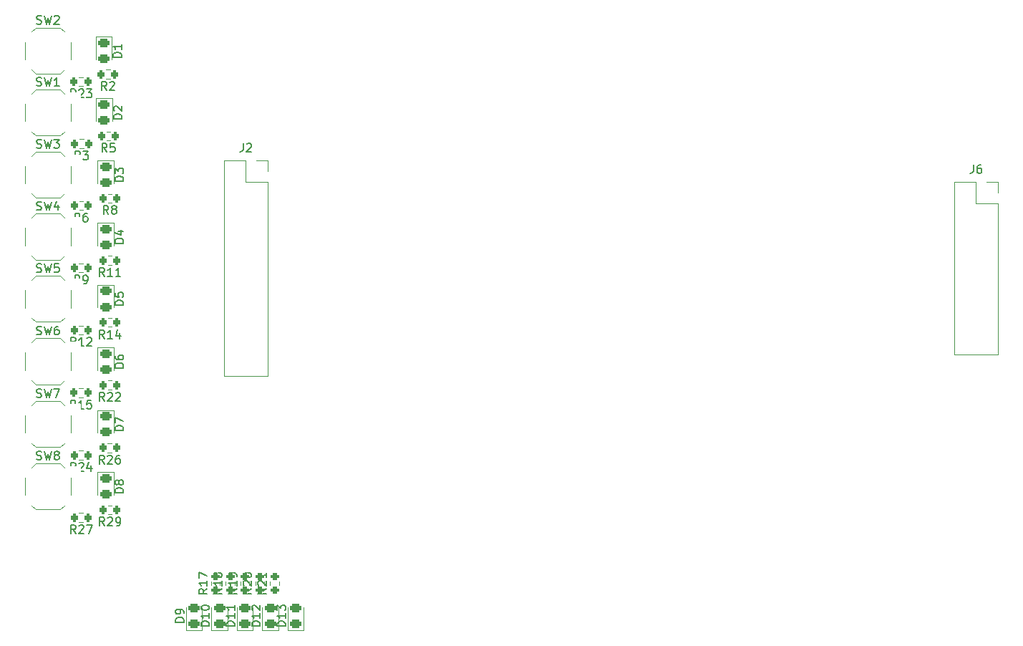
<source format=gbr>
%TF.GenerationSoftware,KiCad,Pcbnew,8.0.3*%
%TF.CreationDate,2025-07-14T16:27:36+02:00*%
%TF.ProjectId,distributionPCB,64697374-7269-4627-9574-696f6e504342,rev?*%
%TF.SameCoordinates,Original*%
%TF.FileFunction,Legend,Top*%
%TF.FilePolarity,Positive*%
%FSLAX46Y46*%
G04 Gerber Fmt 4.6, Leading zero omitted, Abs format (unit mm)*
G04 Created by KiCad (PCBNEW 8.0.3) date 2025-07-14 16:27:36*
%MOMM*%
%LPD*%
G01*
G04 APERTURE LIST*
G04 Aperture macros list*
%AMRoundRect*
0 Rectangle with rounded corners*
0 $1 Rounding radius*
0 $2 $3 $4 $5 $6 $7 $8 $9 X,Y pos of 4 corners*
0 Add a 4 corners polygon primitive as box body*
4,1,4,$2,$3,$4,$5,$6,$7,$8,$9,$2,$3,0*
0 Add four circle primitives for the rounded corners*
1,1,$1+$1,$2,$3*
1,1,$1+$1,$4,$5*
1,1,$1+$1,$6,$7*
1,1,$1+$1,$8,$9*
0 Add four rect primitives between the rounded corners*
20,1,$1+$1,$2,$3,$4,$5,0*
20,1,$1+$1,$4,$5,$6,$7,0*
20,1,$1+$1,$6,$7,$8,$9,0*
20,1,$1+$1,$8,$9,$2,$3,0*%
G04 Aperture macros list end*
%ADD10C,0.150000*%
%ADD11C,0.120000*%
%ADD12RoundRect,0.200000X0.200000X0.275000X-0.200000X0.275000X-0.200000X-0.275000X0.200000X-0.275000X0*%
%ADD13RoundRect,0.200000X0.275000X-0.200000X0.275000X0.200000X-0.275000X0.200000X-0.275000X-0.200000X0*%
%ADD14R,1.700000X1.700000*%
%ADD15O,1.700000X1.700000*%
%ADD16RoundRect,0.243750X0.456250X-0.243750X0.456250X0.243750X-0.456250X0.243750X-0.456250X-0.243750X0*%
%ADD17RoundRect,0.243750X-0.456250X0.243750X-0.456250X-0.243750X0.456250X-0.243750X0.456250X0.243750X0*%
%ADD18R,1.800000X1.100000*%
%ADD19C,1.700000*%
%ADD20C,3.000000*%
%ADD21O,2.000000X4.000000*%
%ADD22O,3.500000X2.000000*%
%ADD23R,1.500000X1.500000*%
%ADD24C,1.500000*%
G04 APERTURE END LIST*
D10*
X91242333Y-78164819D02*
X90909000Y-77688628D01*
X90670905Y-78164819D02*
X90670905Y-77164819D01*
X90670905Y-77164819D02*
X91051857Y-77164819D01*
X91051857Y-77164819D02*
X91147095Y-77212438D01*
X91147095Y-77212438D02*
X91194714Y-77260057D01*
X91194714Y-77260057D02*
X91242333Y-77355295D01*
X91242333Y-77355295D02*
X91242333Y-77498152D01*
X91242333Y-77498152D02*
X91194714Y-77593390D01*
X91194714Y-77593390D02*
X91147095Y-77641009D01*
X91147095Y-77641009D02*
X91051857Y-77688628D01*
X91051857Y-77688628D02*
X90670905Y-77688628D01*
X92147095Y-77164819D02*
X91670905Y-77164819D01*
X91670905Y-77164819D02*
X91623286Y-77641009D01*
X91623286Y-77641009D02*
X91670905Y-77593390D01*
X91670905Y-77593390D02*
X91766143Y-77545771D01*
X91766143Y-77545771D02*
X92004238Y-77545771D01*
X92004238Y-77545771D02*
X92099476Y-77593390D01*
X92099476Y-77593390D02*
X92147095Y-77641009D01*
X92147095Y-77641009D02*
X92194714Y-77736247D01*
X92194714Y-77736247D02*
X92194714Y-77974342D01*
X92194714Y-77974342D02*
X92147095Y-78069580D01*
X92147095Y-78069580D02*
X92099476Y-78117200D01*
X92099476Y-78117200D02*
X92004238Y-78164819D01*
X92004238Y-78164819D02*
X91766143Y-78164819D01*
X91766143Y-78164819D02*
X91670905Y-78117200D01*
X91670905Y-78117200D02*
X91623286Y-78069580D01*
X104843820Y-129801857D02*
X104367629Y-130135190D01*
X104843820Y-130373285D02*
X103843820Y-130373285D01*
X103843820Y-130373285D02*
X103843820Y-129992333D01*
X103843820Y-129992333D02*
X103891439Y-129897095D01*
X103891439Y-129897095D02*
X103939058Y-129849476D01*
X103939058Y-129849476D02*
X104034296Y-129801857D01*
X104034296Y-129801857D02*
X104177153Y-129801857D01*
X104177153Y-129801857D02*
X104272391Y-129849476D01*
X104272391Y-129849476D02*
X104320010Y-129897095D01*
X104320010Y-129897095D02*
X104367629Y-129992333D01*
X104367629Y-129992333D02*
X104367629Y-130373285D01*
X104843820Y-128849476D02*
X104843820Y-129420904D01*
X104843820Y-129135190D02*
X103843820Y-129135190D01*
X103843820Y-129135190D02*
X103986677Y-129230428D01*
X103986677Y-129230428D02*
X104081915Y-129325666D01*
X104081915Y-129325666D02*
X104129534Y-129420904D01*
X104272391Y-128278047D02*
X104224772Y-128373285D01*
X104224772Y-128373285D02*
X104177153Y-128420904D01*
X104177153Y-128420904D02*
X104081915Y-128468523D01*
X104081915Y-128468523D02*
X104034296Y-128468523D01*
X104034296Y-128468523D02*
X103939058Y-128420904D01*
X103939058Y-128420904D02*
X103891439Y-128373285D01*
X103891439Y-128373285D02*
X103843820Y-128278047D01*
X103843820Y-128278047D02*
X103843820Y-128087571D01*
X103843820Y-128087571D02*
X103891439Y-127992333D01*
X103891439Y-127992333D02*
X103939058Y-127944714D01*
X103939058Y-127944714D02*
X104034296Y-127897095D01*
X104034296Y-127897095D02*
X104081915Y-127897095D01*
X104081915Y-127897095D02*
X104177153Y-127944714D01*
X104177153Y-127944714D02*
X104224772Y-127992333D01*
X104224772Y-127992333D02*
X104272391Y-128087571D01*
X104272391Y-128087571D02*
X104272391Y-128278047D01*
X104272391Y-128278047D02*
X104320010Y-128373285D01*
X104320010Y-128373285D02*
X104367629Y-128420904D01*
X104367629Y-128420904D02*
X104462867Y-128468523D01*
X104462867Y-128468523D02*
X104653343Y-128468523D01*
X104653343Y-128468523D02*
X104748581Y-128420904D01*
X104748581Y-128420904D02*
X104796201Y-128373285D01*
X104796201Y-128373285D02*
X104843820Y-128278047D01*
X104843820Y-128278047D02*
X104843820Y-128087571D01*
X104843820Y-128087571D02*
X104796201Y-127992333D01*
X104796201Y-127992333D02*
X104748581Y-127944714D01*
X104748581Y-127944714D02*
X104653343Y-127897095D01*
X104653343Y-127897095D02*
X104462867Y-127897095D01*
X104462867Y-127897095D02*
X104367629Y-127944714D01*
X104367629Y-127944714D02*
X104320010Y-127992333D01*
X104320010Y-127992333D02*
X104272391Y-128087571D01*
X193702666Y-79699819D02*
X193702666Y-80414104D01*
X193702666Y-80414104D02*
X193655047Y-80556961D01*
X193655047Y-80556961D02*
X193559809Y-80652200D01*
X193559809Y-80652200D02*
X193416952Y-80699819D01*
X193416952Y-80699819D02*
X193321714Y-80699819D01*
X194607428Y-79699819D02*
X194416952Y-79699819D01*
X194416952Y-79699819D02*
X194321714Y-79747438D01*
X194321714Y-79747438D02*
X194274095Y-79795057D01*
X194274095Y-79795057D02*
X194178857Y-79937914D01*
X194178857Y-79937914D02*
X194131238Y-80128390D01*
X194131238Y-80128390D02*
X194131238Y-80509342D01*
X194131238Y-80509342D02*
X194178857Y-80604580D01*
X194178857Y-80604580D02*
X194226476Y-80652200D01*
X194226476Y-80652200D02*
X194321714Y-80699819D01*
X194321714Y-80699819D02*
X194512190Y-80699819D01*
X194512190Y-80699819D02*
X194607428Y-80652200D01*
X194607428Y-80652200D02*
X194655047Y-80604580D01*
X194655047Y-80604580D02*
X194702666Y-80509342D01*
X194702666Y-80509342D02*
X194702666Y-80271247D01*
X194702666Y-80271247D02*
X194655047Y-80176009D01*
X194655047Y-80176009D02*
X194607428Y-80128390D01*
X194607428Y-80128390D02*
X194512190Y-80080771D01*
X194512190Y-80080771D02*
X194321714Y-80080771D01*
X194321714Y-80080771D02*
X194226476Y-80128390D01*
X194226476Y-80128390D02*
X194178857Y-80176009D01*
X194178857Y-80176009D02*
X194131238Y-80271247D01*
X112381019Y-134223885D02*
X111381019Y-134223885D01*
X111381019Y-134223885D02*
X111381019Y-133985790D01*
X111381019Y-133985790D02*
X111428638Y-133842933D01*
X111428638Y-133842933D02*
X111523876Y-133747695D01*
X111523876Y-133747695D02*
X111619114Y-133700076D01*
X111619114Y-133700076D02*
X111809590Y-133652457D01*
X111809590Y-133652457D02*
X111952447Y-133652457D01*
X111952447Y-133652457D02*
X112142923Y-133700076D01*
X112142923Y-133700076D02*
X112238161Y-133747695D01*
X112238161Y-133747695D02*
X112333400Y-133842933D01*
X112333400Y-133842933D02*
X112381019Y-133985790D01*
X112381019Y-133985790D02*
X112381019Y-134223885D01*
X112381019Y-132700076D02*
X112381019Y-133271504D01*
X112381019Y-132985790D02*
X111381019Y-132985790D01*
X111381019Y-132985790D02*
X111523876Y-133081028D01*
X111523876Y-133081028D02*
X111619114Y-133176266D01*
X111619114Y-133176266D02*
X111666733Y-133271504D01*
X111381019Y-132366742D02*
X111381019Y-131747695D01*
X111381019Y-131747695D02*
X111761971Y-132081028D01*
X111761971Y-132081028D02*
X111761971Y-131938171D01*
X111761971Y-131938171D02*
X111809590Y-131842933D01*
X111809590Y-131842933D02*
X111857209Y-131795314D01*
X111857209Y-131795314D02*
X111952447Y-131747695D01*
X111952447Y-131747695D02*
X112190542Y-131747695D01*
X112190542Y-131747695D02*
X112285780Y-131795314D01*
X112285780Y-131795314D02*
X112333400Y-131842933D01*
X112333400Y-131842933D02*
X112381019Y-131938171D01*
X112381019Y-131938171D02*
X112381019Y-132223885D01*
X112381019Y-132223885D02*
X112333400Y-132319123D01*
X112333400Y-132319123D02*
X112285780Y-132366742D01*
X93195419Y-81610494D02*
X92195419Y-81610494D01*
X92195419Y-81610494D02*
X92195419Y-81372399D01*
X92195419Y-81372399D02*
X92243038Y-81229542D01*
X92243038Y-81229542D02*
X92338276Y-81134304D01*
X92338276Y-81134304D02*
X92433514Y-81086685D01*
X92433514Y-81086685D02*
X92623990Y-81039066D01*
X92623990Y-81039066D02*
X92766847Y-81039066D01*
X92766847Y-81039066D02*
X92957323Y-81086685D01*
X92957323Y-81086685D02*
X93052561Y-81134304D01*
X93052561Y-81134304D02*
X93147800Y-81229542D01*
X93147800Y-81229542D02*
X93195419Y-81372399D01*
X93195419Y-81372399D02*
X93195419Y-81610494D01*
X92195419Y-80705732D02*
X92195419Y-80086685D01*
X92195419Y-80086685D02*
X92576371Y-80420018D01*
X92576371Y-80420018D02*
X92576371Y-80277161D01*
X92576371Y-80277161D02*
X92623990Y-80181923D01*
X92623990Y-80181923D02*
X92671609Y-80134304D01*
X92671609Y-80134304D02*
X92766847Y-80086685D01*
X92766847Y-80086685D02*
X93004942Y-80086685D01*
X93004942Y-80086685D02*
X93100180Y-80134304D01*
X93100180Y-80134304D02*
X93147800Y-80181923D01*
X93147800Y-80181923D02*
X93195419Y-80277161D01*
X93195419Y-80277161D02*
X93195419Y-80562875D01*
X93195419Y-80562875D02*
X93147800Y-80658113D01*
X93147800Y-80658113D02*
X93100180Y-80705732D01*
X82923467Y-107149400D02*
X83066324Y-107197019D01*
X83066324Y-107197019D02*
X83304419Y-107197019D01*
X83304419Y-107197019D02*
X83399657Y-107149400D01*
X83399657Y-107149400D02*
X83447276Y-107101780D01*
X83447276Y-107101780D02*
X83494895Y-107006542D01*
X83494895Y-107006542D02*
X83494895Y-106911304D01*
X83494895Y-106911304D02*
X83447276Y-106816066D01*
X83447276Y-106816066D02*
X83399657Y-106768447D01*
X83399657Y-106768447D02*
X83304419Y-106720828D01*
X83304419Y-106720828D02*
X83113943Y-106673209D01*
X83113943Y-106673209D02*
X83018705Y-106625590D01*
X83018705Y-106625590D02*
X82971086Y-106577971D01*
X82971086Y-106577971D02*
X82923467Y-106482733D01*
X82923467Y-106482733D02*
X82923467Y-106387495D01*
X82923467Y-106387495D02*
X82971086Y-106292257D01*
X82971086Y-106292257D02*
X83018705Y-106244638D01*
X83018705Y-106244638D02*
X83113943Y-106197019D01*
X83113943Y-106197019D02*
X83352038Y-106197019D01*
X83352038Y-106197019D02*
X83494895Y-106244638D01*
X83828229Y-106197019D02*
X84066324Y-107197019D01*
X84066324Y-107197019D02*
X84256800Y-106482733D01*
X84256800Y-106482733D02*
X84447276Y-107197019D01*
X84447276Y-107197019D02*
X84685372Y-106197019D01*
X84971086Y-106197019D02*
X85637752Y-106197019D01*
X85637752Y-106197019D02*
X85209181Y-107197019D01*
X108343818Y-129801857D02*
X107867627Y-130135190D01*
X108343818Y-130373285D02*
X107343818Y-130373285D01*
X107343818Y-130373285D02*
X107343818Y-129992333D01*
X107343818Y-129992333D02*
X107391437Y-129897095D01*
X107391437Y-129897095D02*
X107439056Y-129849476D01*
X107439056Y-129849476D02*
X107534294Y-129801857D01*
X107534294Y-129801857D02*
X107677151Y-129801857D01*
X107677151Y-129801857D02*
X107772389Y-129849476D01*
X107772389Y-129849476D02*
X107820008Y-129897095D01*
X107820008Y-129897095D02*
X107867627Y-129992333D01*
X107867627Y-129992333D02*
X107867627Y-130373285D01*
X107439056Y-129420904D02*
X107391437Y-129373285D01*
X107391437Y-129373285D02*
X107343818Y-129278047D01*
X107343818Y-129278047D02*
X107343818Y-129039952D01*
X107343818Y-129039952D02*
X107391437Y-128944714D01*
X107391437Y-128944714D02*
X107439056Y-128897095D01*
X107439056Y-128897095D02*
X107534294Y-128849476D01*
X107534294Y-128849476D02*
X107629532Y-128849476D01*
X107629532Y-128849476D02*
X107772389Y-128897095D01*
X107772389Y-128897095D02*
X108343818Y-129468523D01*
X108343818Y-129468523D02*
X108343818Y-128849476D01*
X107343818Y-128230428D02*
X107343818Y-128135190D01*
X107343818Y-128135190D02*
X107391437Y-128039952D01*
X107391437Y-128039952D02*
X107439056Y-127992333D01*
X107439056Y-127992333D02*
X107534294Y-127944714D01*
X107534294Y-127944714D02*
X107724770Y-127897095D01*
X107724770Y-127897095D02*
X107962865Y-127897095D01*
X107962865Y-127897095D02*
X108153341Y-127944714D01*
X108153341Y-127944714D02*
X108248579Y-127992333D01*
X108248579Y-127992333D02*
X108296199Y-128039952D01*
X108296199Y-128039952D02*
X108343818Y-128135190D01*
X108343818Y-128135190D02*
X108343818Y-128230428D01*
X108343818Y-128230428D02*
X108296199Y-128325666D01*
X108296199Y-128325666D02*
X108248579Y-128373285D01*
X108248579Y-128373285D02*
X108153341Y-128420904D01*
X108153341Y-128420904D02*
X107962865Y-128468523D01*
X107962865Y-128468523D02*
X107724770Y-128468523D01*
X107724770Y-128468523D02*
X107534294Y-128420904D01*
X107534294Y-128420904D02*
X107439056Y-128373285D01*
X107439056Y-128373285D02*
X107391437Y-128325666D01*
X107391437Y-128325666D02*
X107343818Y-128230428D01*
X82923467Y-114515000D02*
X83066324Y-114562619D01*
X83066324Y-114562619D02*
X83304419Y-114562619D01*
X83304419Y-114562619D02*
X83399657Y-114515000D01*
X83399657Y-114515000D02*
X83447276Y-114467380D01*
X83447276Y-114467380D02*
X83494895Y-114372142D01*
X83494895Y-114372142D02*
X83494895Y-114276904D01*
X83494895Y-114276904D02*
X83447276Y-114181666D01*
X83447276Y-114181666D02*
X83399657Y-114134047D01*
X83399657Y-114134047D02*
X83304419Y-114086428D01*
X83304419Y-114086428D02*
X83113943Y-114038809D01*
X83113943Y-114038809D02*
X83018705Y-113991190D01*
X83018705Y-113991190D02*
X82971086Y-113943571D01*
X82971086Y-113943571D02*
X82923467Y-113848333D01*
X82923467Y-113848333D02*
X82923467Y-113753095D01*
X82923467Y-113753095D02*
X82971086Y-113657857D01*
X82971086Y-113657857D02*
X83018705Y-113610238D01*
X83018705Y-113610238D02*
X83113943Y-113562619D01*
X83113943Y-113562619D02*
X83352038Y-113562619D01*
X83352038Y-113562619D02*
X83494895Y-113610238D01*
X83828229Y-113562619D02*
X84066324Y-114562619D01*
X84066324Y-114562619D02*
X84256800Y-113848333D01*
X84256800Y-113848333D02*
X84447276Y-114562619D01*
X84447276Y-114562619D02*
X84685372Y-113562619D01*
X85209181Y-113991190D02*
X85113943Y-113943571D01*
X85113943Y-113943571D02*
X85066324Y-113895952D01*
X85066324Y-113895952D02*
X85018705Y-113800714D01*
X85018705Y-113800714D02*
X85018705Y-113753095D01*
X85018705Y-113753095D02*
X85066324Y-113657857D01*
X85066324Y-113657857D02*
X85113943Y-113610238D01*
X85113943Y-113610238D02*
X85209181Y-113562619D01*
X85209181Y-113562619D02*
X85399657Y-113562619D01*
X85399657Y-113562619D02*
X85494895Y-113610238D01*
X85494895Y-113610238D02*
X85542514Y-113657857D01*
X85542514Y-113657857D02*
X85590133Y-113753095D01*
X85590133Y-113753095D02*
X85590133Y-113800714D01*
X85590133Y-113800714D02*
X85542514Y-113895952D01*
X85542514Y-113895952D02*
X85494895Y-113943571D01*
X85494895Y-113943571D02*
X85399657Y-113991190D01*
X85399657Y-113991190D02*
X85209181Y-113991190D01*
X85209181Y-113991190D02*
X85113943Y-114038809D01*
X85113943Y-114038809D02*
X85066324Y-114086428D01*
X85066324Y-114086428D02*
X85018705Y-114181666D01*
X85018705Y-114181666D02*
X85018705Y-114372142D01*
X85018705Y-114372142D02*
X85066324Y-114467380D01*
X85066324Y-114467380D02*
X85113943Y-114515000D01*
X85113943Y-114515000D02*
X85209181Y-114562619D01*
X85209181Y-114562619D02*
X85399657Y-114562619D01*
X85399657Y-114562619D02*
X85494895Y-114515000D01*
X85494895Y-114515000D02*
X85542514Y-114467380D01*
X85542514Y-114467380D02*
X85590133Y-114372142D01*
X85590133Y-114372142D02*
X85590133Y-114181666D01*
X85590133Y-114181666D02*
X85542514Y-114086428D01*
X85542514Y-114086428D02*
X85494895Y-114038809D01*
X85494895Y-114038809D02*
X85399657Y-113991190D01*
X82923467Y-99732200D02*
X83066324Y-99779819D01*
X83066324Y-99779819D02*
X83304419Y-99779819D01*
X83304419Y-99779819D02*
X83399657Y-99732200D01*
X83399657Y-99732200D02*
X83447276Y-99684580D01*
X83447276Y-99684580D02*
X83494895Y-99589342D01*
X83494895Y-99589342D02*
X83494895Y-99494104D01*
X83494895Y-99494104D02*
X83447276Y-99398866D01*
X83447276Y-99398866D02*
X83399657Y-99351247D01*
X83399657Y-99351247D02*
X83304419Y-99303628D01*
X83304419Y-99303628D02*
X83113943Y-99256009D01*
X83113943Y-99256009D02*
X83018705Y-99208390D01*
X83018705Y-99208390D02*
X82971086Y-99160771D01*
X82971086Y-99160771D02*
X82923467Y-99065533D01*
X82923467Y-99065533D02*
X82923467Y-98970295D01*
X82923467Y-98970295D02*
X82971086Y-98875057D01*
X82971086Y-98875057D02*
X83018705Y-98827438D01*
X83018705Y-98827438D02*
X83113943Y-98779819D01*
X83113943Y-98779819D02*
X83352038Y-98779819D01*
X83352038Y-98779819D02*
X83494895Y-98827438D01*
X83828229Y-98779819D02*
X84066324Y-99779819D01*
X84066324Y-99779819D02*
X84256800Y-99065533D01*
X84256800Y-99065533D02*
X84447276Y-99779819D01*
X84447276Y-99779819D02*
X84685372Y-98779819D01*
X85494895Y-98779819D02*
X85304419Y-98779819D01*
X85304419Y-98779819D02*
X85209181Y-98827438D01*
X85209181Y-98827438D02*
X85161562Y-98875057D01*
X85161562Y-98875057D02*
X85066324Y-99017914D01*
X85066324Y-99017914D02*
X85018705Y-99208390D01*
X85018705Y-99208390D02*
X85018705Y-99589342D01*
X85018705Y-99589342D02*
X85066324Y-99684580D01*
X85066324Y-99684580D02*
X85113943Y-99732200D01*
X85113943Y-99732200D02*
X85209181Y-99779819D01*
X85209181Y-99779819D02*
X85399657Y-99779819D01*
X85399657Y-99779819D02*
X85494895Y-99732200D01*
X85494895Y-99732200D02*
X85542514Y-99684580D01*
X85542514Y-99684580D02*
X85590133Y-99589342D01*
X85590133Y-99589342D02*
X85590133Y-99351247D01*
X85590133Y-99351247D02*
X85542514Y-99256009D01*
X85542514Y-99256009D02*
X85494895Y-99208390D01*
X85494895Y-99208390D02*
X85399657Y-99160771D01*
X85399657Y-99160771D02*
X85209181Y-99160771D01*
X85209181Y-99160771D02*
X85113943Y-99208390D01*
X85113943Y-99208390D02*
X85066324Y-99256009D01*
X85066324Y-99256009D02*
X85018705Y-99351247D01*
X90930342Y-115035419D02*
X90597009Y-114559228D01*
X90358914Y-115035419D02*
X90358914Y-114035419D01*
X90358914Y-114035419D02*
X90739866Y-114035419D01*
X90739866Y-114035419D02*
X90835104Y-114083038D01*
X90835104Y-114083038D02*
X90882723Y-114130657D01*
X90882723Y-114130657D02*
X90930342Y-114225895D01*
X90930342Y-114225895D02*
X90930342Y-114368752D01*
X90930342Y-114368752D02*
X90882723Y-114463990D01*
X90882723Y-114463990D02*
X90835104Y-114511609D01*
X90835104Y-114511609D02*
X90739866Y-114559228D01*
X90739866Y-114559228D02*
X90358914Y-114559228D01*
X91311295Y-114130657D02*
X91358914Y-114083038D01*
X91358914Y-114083038D02*
X91454152Y-114035419D01*
X91454152Y-114035419D02*
X91692247Y-114035419D01*
X91692247Y-114035419D02*
X91787485Y-114083038D01*
X91787485Y-114083038D02*
X91835104Y-114130657D01*
X91835104Y-114130657D02*
X91882723Y-114225895D01*
X91882723Y-114225895D02*
X91882723Y-114321133D01*
X91882723Y-114321133D02*
X91835104Y-114463990D01*
X91835104Y-114463990D02*
X91263676Y-115035419D01*
X91263676Y-115035419D02*
X91882723Y-115035419D01*
X92739866Y-114035419D02*
X92549390Y-114035419D01*
X92549390Y-114035419D02*
X92454152Y-114083038D01*
X92454152Y-114083038D02*
X92406533Y-114130657D01*
X92406533Y-114130657D02*
X92311295Y-114273514D01*
X92311295Y-114273514D02*
X92263676Y-114463990D01*
X92263676Y-114463990D02*
X92263676Y-114844942D01*
X92263676Y-114844942D02*
X92311295Y-114940180D01*
X92311295Y-114940180D02*
X92358914Y-114987800D01*
X92358914Y-114987800D02*
X92454152Y-115035419D01*
X92454152Y-115035419D02*
X92644628Y-115035419D01*
X92644628Y-115035419D02*
X92739866Y-114987800D01*
X92739866Y-114987800D02*
X92787485Y-114940180D01*
X92787485Y-114940180D02*
X92835104Y-114844942D01*
X92835104Y-114844942D02*
X92835104Y-114606847D01*
X92835104Y-114606847D02*
X92787485Y-114511609D01*
X92787485Y-114511609D02*
X92739866Y-114463990D01*
X92739866Y-114463990D02*
X92644628Y-114416371D01*
X92644628Y-114416371D02*
X92454152Y-114416371D01*
X92454152Y-114416371D02*
X92358914Y-114463990D01*
X92358914Y-114463990D02*
X92311295Y-114511609D01*
X92311295Y-114511609D02*
X92263676Y-114606847D01*
X93016419Y-74269894D02*
X92016419Y-74269894D01*
X92016419Y-74269894D02*
X92016419Y-74031799D01*
X92016419Y-74031799D02*
X92064038Y-73888942D01*
X92064038Y-73888942D02*
X92159276Y-73793704D01*
X92159276Y-73793704D02*
X92254514Y-73746085D01*
X92254514Y-73746085D02*
X92444990Y-73698466D01*
X92444990Y-73698466D02*
X92587847Y-73698466D01*
X92587847Y-73698466D02*
X92778323Y-73746085D01*
X92778323Y-73746085D02*
X92873561Y-73793704D01*
X92873561Y-73793704D02*
X92968800Y-73888942D01*
X92968800Y-73888942D02*
X93016419Y-74031799D01*
X93016419Y-74031799D02*
X93016419Y-74269894D01*
X92111657Y-73317513D02*
X92064038Y-73269894D01*
X92064038Y-73269894D02*
X92016419Y-73174656D01*
X92016419Y-73174656D02*
X92016419Y-72936561D01*
X92016419Y-72936561D02*
X92064038Y-72841323D01*
X92064038Y-72841323D02*
X92111657Y-72793704D01*
X92111657Y-72793704D02*
X92206895Y-72746085D01*
X92206895Y-72746085D02*
X92302133Y-72746085D01*
X92302133Y-72746085D02*
X92444990Y-72793704D01*
X92444990Y-72793704D02*
X93016419Y-73365132D01*
X93016419Y-73365132D02*
X93016419Y-72746085D01*
X87541542Y-101103019D02*
X87208209Y-100626828D01*
X86970114Y-101103019D02*
X86970114Y-100103019D01*
X86970114Y-100103019D02*
X87351066Y-100103019D01*
X87351066Y-100103019D02*
X87446304Y-100150638D01*
X87446304Y-100150638D02*
X87493923Y-100198257D01*
X87493923Y-100198257D02*
X87541542Y-100293495D01*
X87541542Y-100293495D02*
X87541542Y-100436352D01*
X87541542Y-100436352D02*
X87493923Y-100531590D01*
X87493923Y-100531590D02*
X87446304Y-100579209D01*
X87446304Y-100579209D02*
X87351066Y-100626828D01*
X87351066Y-100626828D02*
X86970114Y-100626828D01*
X88493923Y-101103019D02*
X87922495Y-101103019D01*
X88208209Y-101103019D02*
X88208209Y-100103019D01*
X88208209Y-100103019D02*
X88112971Y-100245876D01*
X88112971Y-100245876D02*
X88017733Y-100341114D01*
X88017733Y-100341114D02*
X87922495Y-100388733D01*
X88874876Y-100198257D02*
X88922495Y-100150638D01*
X88922495Y-100150638D02*
X89017733Y-100103019D01*
X89017733Y-100103019D02*
X89255828Y-100103019D01*
X89255828Y-100103019D02*
X89351066Y-100150638D01*
X89351066Y-100150638D02*
X89398685Y-100198257D01*
X89398685Y-100198257D02*
X89446304Y-100293495D01*
X89446304Y-100293495D02*
X89446304Y-100388733D01*
X89446304Y-100388733D02*
X89398685Y-100531590D01*
X89398685Y-100531590D02*
X88827257Y-101103019D01*
X88827257Y-101103019D02*
X89446304Y-101103019D01*
X92965619Y-66958894D02*
X91965619Y-66958894D01*
X91965619Y-66958894D02*
X91965619Y-66720799D01*
X91965619Y-66720799D02*
X92013238Y-66577942D01*
X92013238Y-66577942D02*
X92108476Y-66482704D01*
X92108476Y-66482704D02*
X92203714Y-66435085D01*
X92203714Y-66435085D02*
X92394190Y-66387466D01*
X92394190Y-66387466D02*
X92537047Y-66387466D01*
X92537047Y-66387466D02*
X92727523Y-66435085D01*
X92727523Y-66435085D02*
X92822761Y-66482704D01*
X92822761Y-66482704D02*
X92918000Y-66577942D01*
X92918000Y-66577942D02*
X92965619Y-66720799D01*
X92965619Y-66720799D02*
X92965619Y-66958894D01*
X92965619Y-65435085D02*
X92965619Y-66006513D01*
X92965619Y-65720799D02*
X91965619Y-65720799D01*
X91965619Y-65720799D02*
X92108476Y-65816037D01*
X92108476Y-65816037D02*
X92203714Y-65911275D01*
X92203714Y-65911275D02*
X92251333Y-66006513D01*
X90945142Y-107611819D02*
X90611809Y-107135628D01*
X90373714Y-107611819D02*
X90373714Y-106611819D01*
X90373714Y-106611819D02*
X90754666Y-106611819D01*
X90754666Y-106611819D02*
X90849904Y-106659438D01*
X90849904Y-106659438D02*
X90897523Y-106707057D01*
X90897523Y-106707057D02*
X90945142Y-106802295D01*
X90945142Y-106802295D02*
X90945142Y-106945152D01*
X90945142Y-106945152D02*
X90897523Y-107040390D01*
X90897523Y-107040390D02*
X90849904Y-107088009D01*
X90849904Y-107088009D02*
X90754666Y-107135628D01*
X90754666Y-107135628D02*
X90373714Y-107135628D01*
X91326095Y-106707057D02*
X91373714Y-106659438D01*
X91373714Y-106659438D02*
X91468952Y-106611819D01*
X91468952Y-106611819D02*
X91707047Y-106611819D01*
X91707047Y-106611819D02*
X91802285Y-106659438D01*
X91802285Y-106659438D02*
X91849904Y-106707057D01*
X91849904Y-106707057D02*
X91897523Y-106802295D01*
X91897523Y-106802295D02*
X91897523Y-106897533D01*
X91897523Y-106897533D02*
X91849904Y-107040390D01*
X91849904Y-107040390D02*
X91278476Y-107611819D01*
X91278476Y-107611819D02*
X91897523Y-107611819D01*
X92278476Y-106707057D02*
X92326095Y-106659438D01*
X92326095Y-106659438D02*
X92421333Y-106611819D01*
X92421333Y-106611819D02*
X92659428Y-106611819D01*
X92659428Y-106611819D02*
X92754666Y-106659438D01*
X92754666Y-106659438D02*
X92802285Y-106707057D01*
X92802285Y-106707057D02*
X92849904Y-106802295D01*
X92849904Y-106802295D02*
X92849904Y-106897533D01*
X92849904Y-106897533D02*
X92802285Y-107040390D01*
X92802285Y-107040390D02*
X92230857Y-107611819D01*
X92230857Y-107611819D02*
X92849904Y-107611819D01*
X110093819Y-129801857D02*
X109617628Y-130135190D01*
X110093819Y-130373285D02*
X109093819Y-130373285D01*
X109093819Y-130373285D02*
X109093819Y-129992333D01*
X109093819Y-129992333D02*
X109141438Y-129897095D01*
X109141438Y-129897095D02*
X109189057Y-129849476D01*
X109189057Y-129849476D02*
X109284295Y-129801857D01*
X109284295Y-129801857D02*
X109427152Y-129801857D01*
X109427152Y-129801857D02*
X109522390Y-129849476D01*
X109522390Y-129849476D02*
X109570009Y-129897095D01*
X109570009Y-129897095D02*
X109617628Y-129992333D01*
X109617628Y-129992333D02*
X109617628Y-130373285D01*
X109189057Y-129420904D02*
X109141438Y-129373285D01*
X109141438Y-129373285D02*
X109093819Y-129278047D01*
X109093819Y-129278047D02*
X109093819Y-129039952D01*
X109093819Y-129039952D02*
X109141438Y-128944714D01*
X109141438Y-128944714D02*
X109189057Y-128897095D01*
X109189057Y-128897095D02*
X109284295Y-128849476D01*
X109284295Y-128849476D02*
X109379533Y-128849476D01*
X109379533Y-128849476D02*
X109522390Y-128897095D01*
X109522390Y-128897095D02*
X110093819Y-129468523D01*
X110093819Y-129468523D02*
X110093819Y-128849476D01*
X110093819Y-127897095D02*
X110093819Y-128468523D01*
X110093819Y-128182809D02*
X109093819Y-128182809D01*
X109093819Y-128182809D02*
X109236676Y-128278047D01*
X109236676Y-128278047D02*
X109331914Y-128373285D01*
X109331914Y-128373285D02*
X109379533Y-128468523D01*
X100341019Y-133747694D02*
X99341019Y-133747694D01*
X99341019Y-133747694D02*
X99341019Y-133509599D01*
X99341019Y-133509599D02*
X99388638Y-133366742D01*
X99388638Y-133366742D02*
X99483876Y-133271504D01*
X99483876Y-133271504D02*
X99579114Y-133223885D01*
X99579114Y-133223885D02*
X99769590Y-133176266D01*
X99769590Y-133176266D02*
X99912447Y-133176266D01*
X99912447Y-133176266D02*
X100102923Y-133223885D01*
X100102923Y-133223885D02*
X100198161Y-133271504D01*
X100198161Y-133271504D02*
X100293400Y-133366742D01*
X100293400Y-133366742D02*
X100341019Y-133509599D01*
X100341019Y-133509599D02*
X100341019Y-133747694D01*
X100341019Y-132700075D02*
X100341019Y-132509599D01*
X100341019Y-132509599D02*
X100293400Y-132414361D01*
X100293400Y-132414361D02*
X100245780Y-132366742D01*
X100245780Y-132366742D02*
X100102923Y-132271504D01*
X100102923Y-132271504D02*
X99912447Y-132223885D01*
X99912447Y-132223885D02*
X99531495Y-132223885D01*
X99531495Y-132223885D02*
X99436257Y-132271504D01*
X99436257Y-132271504D02*
X99388638Y-132319123D01*
X99388638Y-132319123D02*
X99341019Y-132414361D01*
X99341019Y-132414361D02*
X99341019Y-132604837D01*
X99341019Y-132604837D02*
X99388638Y-132700075D01*
X99388638Y-132700075D02*
X99436257Y-132747694D01*
X99436257Y-132747694D02*
X99531495Y-132795313D01*
X99531495Y-132795313D02*
X99769590Y-132795313D01*
X99769590Y-132795313D02*
X99864828Y-132747694D01*
X99864828Y-132747694D02*
X99912447Y-132700075D01*
X99912447Y-132700075D02*
X99960066Y-132604837D01*
X99960066Y-132604837D02*
X99960066Y-132414361D01*
X99960066Y-132414361D02*
X99912447Y-132319123D01*
X99912447Y-132319123D02*
X99864828Y-132271504D01*
X99864828Y-132271504D02*
X99769590Y-132223885D01*
X82923467Y-63008000D02*
X83066324Y-63055619D01*
X83066324Y-63055619D02*
X83304419Y-63055619D01*
X83304419Y-63055619D02*
X83399657Y-63008000D01*
X83399657Y-63008000D02*
X83447276Y-62960380D01*
X83447276Y-62960380D02*
X83494895Y-62865142D01*
X83494895Y-62865142D02*
X83494895Y-62769904D01*
X83494895Y-62769904D02*
X83447276Y-62674666D01*
X83447276Y-62674666D02*
X83399657Y-62627047D01*
X83399657Y-62627047D02*
X83304419Y-62579428D01*
X83304419Y-62579428D02*
X83113943Y-62531809D01*
X83113943Y-62531809D02*
X83018705Y-62484190D01*
X83018705Y-62484190D02*
X82971086Y-62436571D01*
X82971086Y-62436571D02*
X82923467Y-62341333D01*
X82923467Y-62341333D02*
X82923467Y-62246095D01*
X82923467Y-62246095D02*
X82971086Y-62150857D01*
X82971086Y-62150857D02*
X83018705Y-62103238D01*
X83018705Y-62103238D02*
X83113943Y-62055619D01*
X83113943Y-62055619D02*
X83352038Y-62055619D01*
X83352038Y-62055619D02*
X83494895Y-62103238D01*
X83828229Y-62055619D02*
X84066324Y-63055619D01*
X84066324Y-63055619D02*
X84256800Y-62341333D01*
X84256800Y-62341333D02*
X84447276Y-63055619D01*
X84447276Y-63055619D02*
X84685372Y-62055619D01*
X85018705Y-62150857D02*
X85066324Y-62103238D01*
X85066324Y-62103238D02*
X85161562Y-62055619D01*
X85161562Y-62055619D02*
X85399657Y-62055619D01*
X85399657Y-62055619D02*
X85494895Y-62103238D01*
X85494895Y-62103238D02*
X85542514Y-62150857D01*
X85542514Y-62150857D02*
X85590133Y-62246095D01*
X85590133Y-62246095D02*
X85590133Y-62341333D01*
X85590133Y-62341333D02*
X85542514Y-62484190D01*
X85542514Y-62484190D02*
X84971086Y-63055619D01*
X84971086Y-63055619D02*
X85590133Y-63055619D01*
X88027133Y-86416019D02*
X87693800Y-85939828D01*
X87455705Y-86416019D02*
X87455705Y-85416019D01*
X87455705Y-85416019D02*
X87836657Y-85416019D01*
X87836657Y-85416019D02*
X87931895Y-85463638D01*
X87931895Y-85463638D02*
X87979514Y-85511257D01*
X87979514Y-85511257D02*
X88027133Y-85606495D01*
X88027133Y-85606495D02*
X88027133Y-85749352D01*
X88027133Y-85749352D02*
X87979514Y-85844590D01*
X87979514Y-85844590D02*
X87931895Y-85892209D01*
X87931895Y-85892209D02*
X87836657Y-85939828D01*
X87836657Y-85939828D02*
X87455705Y-85939828D01*
X88884276Y-85416019D02*
X88693800Y-85416019D01*
X88693800Y-85416019D02*
X88598562Y-85463638D01*
X88598562Y-85463638D02*
X88550943Y-85511257D01*
X88550943Y-85511257D02*
X88455705Y-85654114D01*
X88455705Y-85654114D02*
X88408086Y-85844590D01*
X88408086Y-85844590D02*
X88408086Y-86225542D01*
X88408086Y-86225542D02*
X88455705Y-86320780D01*
X88455705Y-86320780D02*
X88503324Y-86368400D01*
X88503324Y-86368400D02*
X88598562Y-86416019D01*
X88598562Y-86416019D02*
X88789038Y-86416019D01*
X88789038Y-86416019D02*
X88884276Y-86368400D01*
X88884276Y-86368400D02*
X88931895Y-86320780D01*
X88931895Y-86320780D02*
X88979514Y-86225542D01*
X88979514Y-86225542D02*
X88979514Y-85987447D01*
X88979514Y-85987447D02*
X88931895Y-85892209D01*
X88931895Y-85892209D02*
X88884276Y-85844590D01*
X88884276Y-85844590D02*
X88789038Y-85796971D01*
X88789038Y-85796971D02*
X88598562Y-85796971D01*
X88598562Y-85796971D02*
X88503324Y-85844590D01*
X88503324Y-85844590D02*
X88455705Y-85892209D01*
X88455705Y-85892209D02*
X88408086Y-85987447D01*
X103093819Y-129801857D02*
X102617628Y-130135190D01*
X103093819Y-130373285D02*
X102093819Y-130373285D01*
X102093819Y-130373285D02*
X102093819Y-129992333D01*
X102093819Y-129992333D02*
X102141438Y-129897095D01*
X102141438Y-129897095D02*
X102189057Y-129849476D01*
X102189057Y-129849476D02*
X102284295Y-129801857D01*
X102284295Y-129801857D02*
X102427152Y-129801857D01*
X102427152Y-129801857D02*
X102522390Y-129849476D01*
X102522390Y-129849476D02*
X102570009Y-129897095D01*
X102570009Y-129897095D02*
X102617628Y-129992333D01*
X102617628Y-129992333D02*
X102617628Y-130373285D01*
X103093819Y-128849476D02*
X103093819Y-129420904D01*
X103093819Y-129135190D02*
X102093819Y-129135190D01*
X102093819Y-129135190D02*
X102236676Y-129230428D01*
X102236676Y-129230428D02*
X102331914Y-129325666D01*
X102331914Y-129325666D02*
X102379533Y-129420904D01*
X102093819Y-128516142D02*
X102093819Y-127849476D01*
X102093819Y-127849476D02*
X103093819Y-128278047D01*
X87540342Y-71742819D02*
X87207009Y-71266628D01*
X86968914Y-71742819D02*
X86968914Y-70742819D01*
X86968914Y-70742819D02*
X87349866Y-70742819D01*
X87349866Y-70742819D02*
X87445104Y-70790438D01*
X87445104Y-70790438D02*
X87492723Y-70838057D01*
X87492723Y-70838057D02*
X87540342Y-70933295D01*
X87540342Y-70933295D02*
X87540342Y-71076152D01*
X87540342Y-71076152D02*
X87492723Y-71171390D01*
X87492723Y-71171390D02*
X87445104Y-71219009D01*
X87445104Y-71219009D02*
X87349866Y-71266628D01*
X87349866Y-71266628D02*
X86968914Y-71266628D01*
X87921295Y-70838057D02*
X87968914Y-70790438D01*
X87968914Y-70790438D02*
X88064152Y-70742819D01*
X88064152Y-70742819D02*
X88302247Y-70742819D01*
X88302247Y-70742819D02*
X88397485Y-70790438D01*
X88397485Y-70790438D02*
X88445104Y-70838057D01*
X88445104Y-70838057D02*
X88492723Y-70933295D01*
X88492723Y-70933295D02*
X88492723Y-71028533D01*
X88492723Y-71028533D02*
X88445104Y-71171390D01*
X88445104Y-71171390D02*
X87873676Y-71742819D01*
X87873676Y-71742819D02*
X88492723Y-71742819D01*
X88826057Y-70742819D02*
X89445104Y-70742819D01*
X89445104Y-70742819D02*
X89111771Y-71123771D01*
X89111771Y-71123771D02*
X89254628Y-71123771D01*
X89254628Y-71123771D02*
X89349866Y-71171390D01*
X89349866Y-71171390D02*
X89397485Y-71219009D01*
X89397485Y-71219009D02*
X89445104Y-71314247D01*
X89445104Y-71314247D02*
X89445104Y-71552342D01*
X89445104Y-71552342D02*
X89397485Y-71647580D01*
X89397485Y-71647580D02*
X89349866Y-71695200D01*
X89349866Y-71695200D02*
X89254628Y-71742819D01*
X89254628Y-71742819D02*
X88968914Y-71742819D01*
X88968914Y-71742819D02*
X88873676Y-71695200D01*
X88873676Y-71695200D02*
X88826057Y-71647580D01*
X87541542Y-115899019D02*
X87208209Y-115422828D01*
X86970114Y-115899019D02*
X86970114Y-114899019D01*
X86970114Y-114899019D02*
X87351066Y-114899019D01*
X87351066Y-114899019D02*
X87446304Y-114946638D01*
X87446304Y-114946638D02*
X87493923Y-114994257D01*
X87493923Y-114994257D02*
X87541542Y-115089495D01*
X87541542Y-115089495D02*
X87541542Y-115232352D01*
X87541542Y-115232352D02*
X87493923Y-115327590D01*
X87493923Y-115327590D02*
X87446304Y-115375209D01*
X87446304Y-115375209D02*
X87351066Y-115422828D01*
X87351066Y-115422828D02*
X86970114Y-115422828D01*
X87922495Y-114994257D02*
X87970114Y-114946638D01*
X87970114Y-114946638D02*
X88065352Y-114899019D01*
X88065352Y-114899019D02*
X88303447Y-114899019D01*
X88303447Y-114899019D02*
X88398685Y-114946638D01*
X88398685Y-114946638D02*
X88446304Y-114994257D01*
X88446304Y-114994257D02*
X88493923Y-115089495D01*
X88493923Y-115089495D02*
X88493923Y-115184733D01*
X88493923Y-115184733D02*
X88446304Y-115327590D01*
X88446304Y-115327590D02*
X87874876Y-115899019D01*
X87874876Y-115899019D02*
X88493923Y-115899019D01*
X89351066Y-115232352D02*
X89351066Y-115899019D01*
X89112971Y-114851400D02*
X88874876Y-115565685D01*
X88874876Y-115565685D02*
X89493923Y-115565685D01*
X103351019Y-134223885D02*
X102351019Y-134223885D01*
X102351019Y-134223885D02*
X102351019Y-133985790D01*
X102351019Y-133985790D02*
X102398638Y-133842933D01*
X102398638Y-133842933D02*
X102493876Y-133747695D01*
X102493876Y-133747695D02*
X102589114Y-133700076D01*
X102589114Y-133700076D02*
X102779590Y-133652457D01*
X102779590Y-133652457D02*
X102922447Y-133652457D01*
X102922447Y-133652457D02*
X103112923Y-133700076D01*
X103112923Y-133700076D02*
X103208161Y-133747695D01*
X103208161Y-133747695D02*
X103303400Y-133842933D01*
X103303400Y-133842933D02*
X103351019Y-133985790D01*
X103351019Y-133985790D02*
X103351019Y-134223885D01*
X103351019Y-132700076D02*
X103351019Y-133271504D01*
X103351019Y-132985790D02*
X102351019Y-132985790D01*
X102351019Y-132985790D02*
X102493876Y-133081028D01*
X102493876Y-133081028D02*
X102589114Y-133176266D01*
X102589114Y-133176266D02*
X102636733Y-133271504D01*
X102351019Y-132081028D02*
X102351019Y-131985790D01*
X102351019Y-131985790D02*
X102398638Y-131890552D01*
X102398638Y-131890552D02*
X102446257Y-131842933D01*
X102446257Y-131842933D02*
X102541495Y-131795314D01*
X102541495Y-131795314D02*
X102731971Y-131747695D01*
X102731971Y-131747695D02*
X102970066Y-131747695D01*
X102970066Y-131747695D02*
X103160542Y-131795314D01*
X103160542Y-131795314D02*
X103255780Y-131842933D01*
X103255780Y-131842933D02*
X103303400Y-131890552D01*
X103303400Y-131890552D02*
X103351019Y-131985790D01*
X103351019Y-131985790D02*
X103351019Y-132081028D01*
X103351019Y-132081028D02*
X103303400Y-132176266D01*
X103303400Y-132176266D02*
X103255780Y-132223885D01*
X103255780Y-132223885D02*
X103160542Y-132271504D01*
X103160542Y-132271504D02*
X102970066Y-132319123D01*
X102970066Y-132319123D02*
X102731971Y-132319123D01*
X102731971Y-132319123D02*
X102541495Y-132271504D01*
X102541495Y-132271504D02*
X102446257Y-132223885D01*
X102446257Y-132223885D02*
X102398638Y-132176266D01*
X102398638Y-132176266D02*
X102351019Y-132081028D01*
X87516142Y-108526219D02*
X87182809Y-108050028D01*
X86944714Y-108526219D02*
X86944714Y-107526219D01*
X86944714Y-107526219D02*
X87325666Y-107526219D01*
X87325666Y-107526219D02*
X87420904Y-107573838D01*
X87420904Y-107573838D02*
X87468523Y-107621457D01*
X87468523Y-107621457D02*
X87516142Y-107716695D01*
X87516142Y-107716695D02*
X87516142Y-107859552D01*
X87516142Y-107859552D02*
X87468523Y-107954790D01*
X87468523Y-107954790D02*
X87420904Y-108002409D01*
X87420904Y-108002409D02*
X87325666Y-108050028D01*
X87325666Y-108050028D02*
X86944714Y-108050028D01*
X88468523Y-108526219D02*
X87897095Y-108526219D01*
X88182809Y-108526219D02*
X88182809Y-107526219D01*
X88182809Y-107526219D02*
X88087571Y-107669076D01*
X88087571Y-107669076D02*
X87992333Y-107764314D01*
X87992333Y-107764314D02*
X87897095Y-107811933D01*
X89373285Y-107526219D02*
X88897095Y-107526219D01*
X88897095Y-107526219D02*
X88849476Y-108002409D01*
X88849476Y-108002409D02*
X88897095Y-107954790D01*
X88897095Y-107954790D02*
X88992333Y-107907171D01*
X88992333Y-107907171D02*
X89230428Y-107907171D01*
X89230428Y-107907171D02*
X89325666Y-107954790D01*
X89325666Y-107954790D02*
X89373285Y-108002409D01*
X89373285Y-108002409D02*
X89420904Y-108097647D01*
X89420904Y-108097647D02*
X89420904Y-108335742D01*
X89420904Y-108335742D02*
X89373285Y-108430980D01*
X89373285Y-108430980D02*
X89325666Y-108478600D01*
X89325666Y-108478600D02*
X89230428Y-108526219D01*
X89230428Y-108526219D02*
X88992333Y-108526219D01*
X88992333Y-108526219D02*
X88897095Y-108478600D01*
X88897095Y-108478600D02*
X88849476Y-108430980D01*
X106361019Y-134223885D02*
X105361019Y-134223885D01*
X105361019Y-134223885D02*
X105361019Y-133985790D01*
X105361019Y-133985790D02*
X105408638Y-133842933D01*
X105408638Y-133842933D02*
X105503876Y-133747695D01*
X105503876Y-133747695D02*
X105599114Y-133700076D01*
X105599114Y-133700076D02*
X105789590Y-133652457D01*
X105789590Y-133652457D02*
X105932447Y-133652457D01*
X105932447Y-133652457D02*
X106122923Y-133700076D01*
X106122923Y-133700076D02*
X106218161Y-133747695D01*
X106218161Y-133747695D02*
X106313400Y-133842933D01*
X106313400Y-133842933D02*
X106361019Y-133985790D01*
X106361019Y-133985790D02*
X106361019Y-134223885D01*
X106361019Y-132700076D02*
X106361019Y-133271504D01*
X106361019Y-132985790D02*
X105361019Y-132985790D01*
X105361019Y-132985790D02*
X105503876Y-133081028D01*
X105503876Y-133081028D02*
X105599114Y-133176266D01*
X105599114Y-133176266D02*
X105646733Y-133271504D01*
X106361019Y-131747695D02*
X106361019Y-132319123D01*
X106361019Y-132033409D02*
X105361019Y-132033409D01*
X105361019Y-132033409D02*
X105503876Y-132128647D01*
X105503876Y-132128647D02*
X105599114Y-132223885D01*
X105599114Y-132223885D02*
X105646733Y-132319123D01*
X91191533Y-70853819D02*
X90858200Y-70377628D01*
X90620105Y-70853819D02*
X90620105Y-69853819D01*
X90620105Y-69853819D02*
X91001057Y-69853819D01*
X91001057Y-69853819D02*
X91096295Y-69901438D01*
X91096295Y-69901438D02*
X91143914Y-69949057D01*
X91143914Y-69949057D02*
X91191533Y-70044295D01*
X91191533Y-70044295D02*
X91191533Y-70187152D01*
X91191533Y-70187152D02*
X91143914Y-70282390D01*
X91143914Y-70282390D02*
X91096295Y-70330009D01*
X91096295Y-70330009D02*
X91001057Y-70377628D01*
X91001057Y-70377628D02*
X90620105Y-70377628D01*
X91572486Y-69949057D02*
X91620105Y-69901438D01*
X91620105Y-69901438D02*
X91715343Y-69853819D01*
X91715343Y-69853819D02*
X91953438Y-69853819D01*
X91953438Y-69853819D02*
X92048676Y-69901438D01*
X92048676Y-69901438D02*
X92096295Y-69949057D01*
X92096295Y-69949057D02*
X92143914Y-70044295D01*
X92143914Y-70044295D02*
X92143914Y-70139533D01*
X92143914Y-70139533D02*
X92096295Y-70282390D01*
X92096295Y-70282390D02*
X91524867Y-70853819D01*
X91524867Y-70853819D02*
X92143914Y-70853819D01*
X82923467Y-92340800D02*
X83066324Y-92388419D01*
X83066324Y-92388419D02*
X83304419Y-92388419D01*
X83304419Y-92388419D02*
X83399657Y-92340800D01*
X83399657Y-92340800D02*
X83447276Y-92293180D01*
X83447276Y-92293180D02*
X83494895Y-92197942D01*
X83494895Y-92197942D02*
X83494895Y-92102704D01*
X83494895Y-92102704D02*
X83447276Y-92007466D01*
X83447276Y-92007466D02*
X83399657Y-91959847D01*
X83399657Y-91959847D02*
X83304419Y-91912228D01*
X83304419Y-91912228D02*
X83113943Y-91864609D01*
X83113943Y-91864609D02*
X83018705Y-91816990D01*
X83018705Y-91816990D02*
X82971086Y-91769371D01*
X82971086Y-91769371D02*
X82923467Y-91674133D01*
X82923467Y-91674133D02*
X82923467Y-91578895D01*
X82923467Y-91578895D02*
X82971086Y-91483657D01*
X82971086Y-91483657D02*
X83018705Y-91436038D01*
X83018705Y-91436038D02*
X83113943Y-91388419D01*
X83113943Y-91388419D02*
X83352038Y-91388419D01*
X83352038Y-91388419D02*
X83494895Y-91436038D01*
X83828229Y-91388419D02*
X84066324Y-92388419D01*
X84066324Y-92388419D02*
X84256800Y-91674133D01*
X84256800Y-91674133D02*
X84447276Y-92388419D01*
X84447276Y-92388419D02*
X84685372Y-91388419D01*
X85542514Y-91388419D02*
X85066324Y-91388419D01*
X85066324Y-91388419D02*
X85018705Y-91864609D01*
X85018705Y-91864609D02*
X85066324Y-91816990D01*
X85066324Y-91816990D02*
X85161562Y-91769371D01*
X85161562Y-91769371D02*
X85399657Y-91769371D01*
X85399657Y-91769371D02*
X85494895Y-91816990D01*
X85494895Y-91816990D02*
X85542514Y-91864609D01*
X85542514Y-91864609D02*
X85590133Y-91959847D01*
X85590133Y-91959847D02*
X85590133Y-92197942D01*
X85590133Y-92197942D02*
X85542514Y-92293180D01*
X85542514Y-92293180D02*
X85494895Y-92340800D01*
X85494895Y-92340800D02*
X85399657Y-92388419D01*
X85399657Y-92388419D02*
X85161562Y-92388419D01*
X85161562Y-92388419D02*
X85066324Y-92340800D01*
X85066324Y-92340800D02*
X85018705Y-92293180D01*
X109371019Y-134223885D02*
X108371019Y-134223885D01*
X108371019Y-134223885D02*
X108371019Y-133985790D01*
X108371019Y-133985790D02*
X108418638Y-133842933D01*
X108418638Y-133842933D02*
X108513876Y-133747695D01*
X108513876Y-133747695D02*
X108609114Y-133700076D01*
X108609114Y-133700076D02*
X108799590Y-133652457D01*
X108799590Y-133652457D02*
X108942447Y-133652457D01*
X108942447Y-133652457D02*
X109132923Y-133700076D01*
X109132923Y-133700076D02*
X109228161Y-133747695D01*
X109228161Y-133747695D02*
X109323400Y-133842933D01*
X109323400Y-133842933D02*
X109371019Y-133985790D01*
X109371019Y-133985790D02*
X109371019Y-134223885D01*
X109371019Y-132700076D02*
X109371019Y-133271504D01*
X109371019Y-132985790D02*
X108371019Y-132985790D01*
X108371019Y-132985790D02*
X108513876Y-133081028D01*
X108513876Y-133081028D02*
X108609114Y-133176266D01*
X108609114Y-133176266D02*
X108656733Y-133271504D01*
X108466257Y-132319123D02*
X108418638Y-132271504D01*
X108418638Y-132271504D02*
X108371019Y-132176266D01*
X108371019Y-132176266D02*
X108371019Y-131938171D01*
X108371019Y-131938171D02*
X108418638Y-131842933D01*
X108418638Y-131842933D02*
X108466257Y-131795314D01*
X108466257Y-131795314D02*
X108561495Y-131747695D01*
X108561495Y-131747695D02*
X108656733Y-131747695D01*
X108656733Y-131747695D02*
X108799590Y-131795314D01*
X108799590Y-131795314D02*
X109371019Y-132366742D01*
X109371019Y-132366742D02*
X109371019Y-131747695D01*
X82923467Y-70319000D02*
X83066324Y-70366619D01*
X83066324Y-70366619D02*
X83304419Y-70366619D01*
X83304419Y-70366619D02*
X83399657Y-70319000D01*
X83399657Y-70319000D02*
X83447276Y-70271380D01*
X83447276Y-70271380D02*
X83494895Y-70176142D01*
X83494895Y-70176142D02*
X83494895Y-70080904D01*
X83494895Y-70080904D02*
X83447276Y-69985666D01*
X83447276Y-69985666D02*
X83399657Y-69938047D01*
X83399657Y-69938047D02*
X83304419Y-69890428D01*
X83304419Y-69890428D02*
X83113943Y-69842809D01*
X83113943Y-69842809D02*
X83018705Y-69795190D01*
X83018705Y-69795190D02*
X82971086Y-69747571D01*
X82971086Y-69747571D02*
X82923467Y-69652333D01*
X82923467Y-69652333D02*
X82923467Y-69557095D01*
X82923467Y-69557095D02*
X82971086Y-69461857D01*
X82971086Y-69461857D02*
X83018705Y-69414238D01*
X83018705Y-69414238D02*
X83113943Y-69366619D01*
X83113943Y-69366619D02*
X83352038Y-69366619D01*
X83352038Y-69366619D02*
X83494895Y-69414238D01*
X83828229Y-69366619D02*
X84066324Y-70366619D01*
X84066324Y-70366619D02*
X84256800Y-69652333D01*
X84256800Y-69652333D02*
X84447276Y-70366619D01*
X84447276Y-70366619D02*
X84685372Y-69366619D01*
X85590133Y-70366619D02*
X85018705Y-70366619D01*
X85304419Y-70366619D02*
X85304419Y-69366619D01*
X85304419Y-69366619D02*
X85209181Y-69509476D01*
X85209181Y-69509476D02*
X85113943Y-69604714D01*
X85113943Y-69604714D02*
X85018705Y-69652333D01*
X93195419Y-103683094D02*
X92195419Y-103683094D01*
X92195419Y-103683094D02*
X92195419Y-103444999D01*
X92195419Y-103444999D02*
X92243038Y-103302142D01*
X92243038Y-103302142D02*
X92338276Y-103206904D01*
X92338276Y-103206904D02*
X92433514Y-103159285D01*
X92433514Y-103159285D02*
X92623990Y-103111666D01*
X92623990Y-103111666D02*
X92766847Y-103111666D01*
X92766847Y-103111666D02*
X92957323Y-103159285D01*
X92957323Y-103159285D02*
X93052561Y-103206904D01*
X93052561Y-103206904D02*
X93147800Y-103302142D01*
X93147800Y-103302142D02*
X93195419Y-103444999D01*
X93195419Y-103444999D02*
X93195419Y-103683094D01*
X92195419Y-102254523D02*
X92195419Y-102444999D01*
X92195419Y-102444999D02*
X92243038Y-102540237D01*
X92243038Y-102540237D02*
X92290657Y-102587856D01*
X92290657Y-102587856D02*
X92433514Y-102683094D01*
X92433514Y-102683094D02*
X92623990Y-102730713D01*
X92623990Y-102730713D02*
X93004942Y-102730713D01*
X93004942Y-102730713D02*
X93100180Y-102683094D01*
X93100180Y-102683094D02*
X93147800Y-102635475D01*
X93147800Y-102635475D02*
X93195419Y-102540237D01*
X93195419Y-102540237D02*
X93195419Y-102349761D01*
X93195419Y-102349761D02*
X93147800Y-102254523D01*
X93147800Y-102254523D02*
X93100180Y-102206904D01*
X93100180Y-102206904D02*
X93004942Y-102159285D01*
X93004942Y-102159285D02*
X92766847Y-102159285D01*
X92766847Y-102159285D02*
X92671609Y-102206904D01*
X92671609Y-102206904D02*
X92623990Y-102254523D01*
X92623990Y-102254523D02*
X92576371Y-102349761D01*
X92576371Y-102349761D02*
X92576371Y-102540237D01*
X92576371Y-102540237D02*
X92623990Y-102635475D01*
X92623990Y-102635475D02*
X92671609Y-102683094D01*
X92671609Y-102683094D02*
X92766847Y-102730713D01*
X82923467Y-77659600D02*
X83066324Y-77707219D01*
X83066324Y-77707219D02*
X83304419Y-77707219D01*
X83304419Y-77707219D02*
X83399657Y-77659600D01*
X83399657Y-77659600D02*
X83447276Y-77611980D01*
X83447276Y-77611980D02*
X83494895Y-77516742D01*
X83494895Y-77516742D02*
X83494895Y-77421504D01*
X83494895Y-77421504D02*
X83447276Y-77326266D01*
X83447276Y-77326266D02*
X83399657Y-77278647D01*
X83399657Y-77278647D02*
X83304419Y-77231028D01*
X83304419Y-77231028D02*
X83113943Y-77183409D01*
X83113943Y-77183409D02*
X83018705Y-77135790D01*
X83018705Y-77135790D02*
X82971086Y-77088171D01*
X82971086Y-77088171D02*
X82923467Y-76992933D01*
X82923467Y-76992933D02*
X82923467Y-76897695D01*
X82923467Y-76897695D02*
X82971086Y-76802457D01*
X82971086Y-76802457D02*
X83018705Y-76754838D01*
X83018705Y-76754838D02*
X83113943Y-76707219D01*
X83113943Y-76707219D02*
X83352038Y-76707219D01*
X83352038Y-76707219D02*
X83494895Y-76754838D01*
X83828229Y-76707219D02*
X84066324Y-77707219D01*
X84066324Y-77707219D02*
X84256800Y-76992933D01*
X84256800Y-76992933D02*
X84447276Y-77707219D01*
X84447276Y-77707219D02*
X84685372Y-76707219D01*
X84971086Y-76707219D02*
X85590133Y-76707219D01*
X85590133Y-76707219D02*
X85256800Y-77088171D01*
X85256800Y-77088171D02*
X85399657Y-77088171D01*
X85399657Y-77088171D02*
X85494895Y-77135790D01*
X85494895Y-77135790D02*
X85542514Y-77183409D01*
X85542514Y-77183409D02*
X85590133Y-77278647D01*
X85590133Y-77278647D02*
X85590133Y-77516742D01*
X85590133Y-77516742D02*
X85542514Y-77611980D01*
X85542514Y-77611980D02*
X85494895Y-77659600D01*
X85494895Y-77659600D02*
X85399657Y-77707219D01*
X85399657Y-77707219D02*
X85113943Y-77707219D01*
X85113943Y-77707219D02*
X85018705Y-77659600D01*
X85018705Y-77659600D02*
X84971086Y-77611980D01*
X107342666Y-77159819D02*
X107342666Y-77874104D01*
X107342666Y-77874104D02*
X107295047Y-78016961D01*
X107295047Y-78016961D02*
X107199809Y-78112200D01*
X107199809Y-78112200D02*
X107056952Y-78159819D01*
X107056952Y-78159819D02*
X106961714Y-78159819D01*
X107771238Y-77255057D02*
X107818857Y-77207438D01*
X107818857Y-77207438D02*
X107914095Y-77159819D01*
X107914095Y-77159819D02*
X108152190Y-77159819D01*
X108152190Y-77159819D02*
X108247428Y-77207438D01*
X108247428Y-77207438D02*
X108295047Y-77255057D01*
X108295047Y-77255057D02*
X108342666Y-77350295D01*
X108342666Y-77350295D02*
X108342666Y-77445533D01*
X108342666Y-77445533D02*
X108295047Y-77588390D01*
X108295047Y-77588390D02*
X107723619Y-78159819D01*
X107723619Y-78159819D02*
X108342666Y-78159819D01*
X90945142Y-122356619D02*
X90611809Y-121880428D01*
X90373714Y-122356619D02*
X90373714Y-121356619D01*
X90373714Y-121356619D02*
X90754666Y-121356619D01*
X90754666Y-121356619D02*
X90849904Y-121404238D01*
X90849904Y-121404238D02*
X90897523Y-121451857D01*
X90897523Y-121451857D02*
X90945142Y-121547095D01*
X90945142Y-121547095D02*
X90945142Y-121689952D01*
X90945142Y-121689952D02*
X90897523Y-121785190D01*
X90897523Y-121785190D02*
X90849904Y-121832809D01*
X90849904Y-121832809D02*
X90754666Y-121880428D01*
X90754666Y-121880428D02*
X90373714Y-121880428D01*
X91326095Y-121451857D02*
X91373714Y-121404238D01*
X91373714Y-121404238D02*
X91468952Y-121356619D01*
X91468952Y-121356619D02*
X91707047Y-121356619D01*
X91707047Y-121356619D02*
X91802285Y-121404238D01*
X91802285Y-121404238D02*
X91849904Y-121451857D01*
X91849904Y-121451857D02*
X91897523Y-121547095D01*
X91897523Y-121547095D02*
X91897523Y-121642333D01*
X91897523Y-121642333D02*
X91849904Y-121785190D01*
X91849904Y-121785190D02*
X91278476Y-122356619D01*
X91278476Y-122356619D02*
X91897523Y-122356619D01*
X92373714Y-122356619D02*
X92564190Y-122356619D01*
X92564190Y-122356619D02*
X92659428Y-122309000D01*
X92659428Y-122309000D02*
X92707047Y-122261380D01*
X92707047Y-122261380D02*
X92802285Y-122118523D01*
X92802285Y-122118523D02*
X92849904Y-121928047D01*
X92849904Y-121928047D02*
X92849904Y-121547095D01*
X92849904Y-121547095D02*
X92802285Y-121451857D01*
X92802285Y-121451857D02*
X92754666Y-121404238D01*
X92754666Y-121404238D02*
X92659428Y-121356619D01*
X92659428Y-121356619D02*
X92468952Y-121356619D01*
X92468952Y-121356619D02*
X92373714Y-121404238D01*
X92373714Y-121404238D02*
X92326095Y-121451857D01*
X92326095Y-121451857D02*
X92278476Y-121547095D01*
X92278476Y-121547095D02*
X92278476Y-121785190D01*
X92278476Y-121785190D02*
X92326095Y-121880428D01*
X92326095Y-121880428D02*
X92373714Y-121928047D01*
X92373714Y-121928047D02*
X92468952Y-121975666D01*
X92468952Y-121975666D02*
X92659428Y-121975666D01*
X92659428Y-121975666D02*
X92754666Y-121928047D01*
X92754666Y-121928047D02*
X92802285Y-121880428D01*
X92802285Y-121880428D02*
X92849904Y-121785190D01*
X93195419Y-111100294D02*
X92195419Y-111100294D01*
X92195419Y-111100294D02*
X92195419Y-110862199D01*
X92195419Y-110862199D02*
X92243038Y-110719342D01*
X92243038Y-110719342D02*
X92338276Y-110624104D01*
X92338276Y-110624104D02*
X92433514Y-110576485D01*
X92433514Y-110576485D02*
X92623990Y-110528866D01*
X92623990Y-110528866D02*
X92766847Y-110528866D01*
X92766847Y-110528866D02*
X92957323Y-110576485D01*
X92957323Y-110576485D02*
X93052561Y-110624104D01*
X93052561Y-110624104D02*
X93147800Y-110719342D01*
X93147800Y-110719342D02*
X93195419Y-110862199D01*
X93195419Y-110862199D02*
X93195419Y-111100294D01*
X92195419Y-110195532D02*
X92195419Y-109528866D01*
X92195419Y-109528866D02*
X93195419Y-109957437D01*
X90945142Y-92867019D02*
X90611809Y-92390828D01*
X90373714Y-92867019D02*
X90373714Y-91867019D01*
X90373714Y-91867019D02*
X90754666Y-91867019D01*
X90754666Y-91867019D02*
X90849904Y-91914638D01*
X90849904Y-91914638D02*
X90897523Y-91962257D01*
X90897523Y-91962257D02*
X90945142Y-92057495D01*
X90945142Y-92057495D02*
X90945142Y-92200352D01*
X90945142Y-92200352D02*
X90897523Y-92295590D01*
X90897523Y-92295590D02*
X90849904Y-92343209D01*
X90849904Y-92343209D02*
X90754666Y-92390828D01*
X90754666Y-92390828D02*
X90373714Y-92390828D01*
X91897523Y-92867019D02*
X91326095Y-92867019D01*
X91611809Y-92867019D02*
X91611809Y-91867019D01*
X91611809Y-91867019D02*
X91516571Y-92009876D01*
X91516571Y-92009876D02*
X91421333Y-92105114D01*
X91421333Y-92105114D02*
X91326095Y-92152733D01*
X92849904Y-92867019D02*
X92278476Y-92867019D01*
X92564190Y-92867019D02*
X92564190Y-91867019D01*
X92564190Y-91867019D02*
X92468952Y-92009876D01*
X92468952Y-92009876D02*
X92373714Y-92105114D01*
X92373714Y-92105114D02*
X92278476Y-92152733D01*
X93195419Y-96291694D02*
X92195419Y-96291694D01*
X92195419Y-96291694D02*
X92195419Y-96053599D01*
X92195419Y-96053599D02*
X92243038Y-95910742D01*
X92243038Y-95910742D02*
X92338276Y-95815504D01*
X92338276Y-95815504D02*
X92433514Y-95767885D01*
X92433514Y-95767885D02*
X92623990Y-95720266D01*
X92623990Y-95720266D02*
X92766847Y-95720266D01*
X92766847Y-95720266D02*
X92957323Y-95767885D01*
X92957323Y-95767885D02*
X93052561Y-95815504D01*
X93052561Y-95815504D02*
X93147800Y-95910742D01*
X93147800Y-95910742D02*
X93195419Y-96053599D01*
X93195419Y-96053599D02*
X93195419Y-96291694D01*
X92195419Y-94815504D02*
X92195419Y-95291694D01*
X92195419Y-95291694D02*
X92671609Y-95339313D01*
X92671609Y-95339313D02*
X92623990Y-95291694D01*
X92623990Y-95291694D02*
X92576371Y-95196456D01*
X92576371Y-95196456D02*
X92576371Y-94958361D01*
X92576371Y-94958361D02*
X92623990Y-94863123D01*
X92623990Y-94863123D02*
X92671609Y-94815504D01*
X92671609Y-94815504D02*
X92766847Y-94767885D01*
X92766847Y-94767885D02*
X93004942Y-94767885D01*
X93004942Y-94767885D02*
X93100180Y-94815504D01*
X93100180Y-94815504D02*
X93147800Y-94863123D01*
X93147800Y-94863123D02*
X93195419Y-94958361D01*
X93195419Y-94958361D02*
X93195419Y-95196456D01*
X93195419Y-95196456D02*
X93147800Y-95291694D01*
X93147800Y-95291694D02*
X93100180Y-95339313D01*
X82923467Y-85000200D02*
X83066324Y-85047819D01*
X83066324Y-85047819D02*
X83304419Y-85047819D01*
X83304419Y-85047819D02*
X83399657Y-85000200D01*
X83399657Y-85000200D02*
X83447276Y-84952580D01*
X83447276Y-84952580D02*
X83494895Y-84857342D01*
X83494895Y-84857342D02*
X83494895Y-84762104D01*
X83494895Y-84762104D02*
X83447276Y-84666866D01*
X83447276Y-84666866D02*
X83399657Y-84619247D01*
X83399657Y-84619247D02*
X83304419Y-84571628D01*
X83304419Y-84571628D02*
X83113943Y-84524009D01*
X83113943Y-84524009D02*
X83018705Y-84476390D01*
X83018705Y-84476390D02*
X82971086Y-84428771D01*
X82971086Y-84428771D02*
X82923467Y-84333533D01*
X82923467Y-84333533D02*
X82923467Y-84238295D01*
X82923467Y-84238295D02*
X82971086Y-84143057D01*
X82971086Y-84143057D02*
X83018705Y-84095438D01*
X83018705Y-84095438D02*
X83113943Y-84047819D01*
X83113943Y-84047819D02*
X83352038Y-84047819D01*
X83352038Y-84047819D02*
X83494895Y-84095438D01*
X83828229Y-84047819D02*
X84066324Y-85047819D01*
X84066324Y-85047819D02*
X84256800Y-84333533D01*
X84256800Y-84333533D02*
X84447276Y-85047819D01*
X84447276Y-85047819D02*
X84685372Y-84047819D01*
X85494895Y-84381152D02*
X85494895Y-85047819D01*
X85256800Y-84000200D02*
X85018705Y-84714485D01*
X85018705Y-84714485D02*
X85637752Y-84714485D01*
X90945142Y-100214019D02*
X90611809Y-99737828D01*
X90373714Y-100214019D02*
X90373714Y-99214019D01*
X90373714Y-99214019D02*
X90754666Y-99214019D01*
X90754666Y-99214019D02*
X90849904Y-99261638D01*
X90849904Y-99261638D02*
X90897523Y-99309257D01*
X90897523Y-99309257D02*
X90945142Y-99404495D01*
X90945142Y-99404495D02*
X90945142Y-99547352D01*
X90945142Y-99547352D02*
X90897523Y-99642590D01*
X90897523Y-99642590D02*
X90849904Y-99690209D01*
X90849904Y-99690209D02*
X90754666Y-99737828D01*
X90754666Y-99737828D02*
X90373714Y-99737828D01*
X91897523Y-100214019D02*
X91326095Y-100214019D01*
X91611809Y-100214019D02*
X91611809Y-99214019D01*
X91611809Y-99214019D02*
X91516571Y-99356876D01*
X91516571Y-99356876D02*
X91421333Y-99452114D01*
X91421333Y-99452114D02*
X91326095Y-99499733D01*
X92754666Y-99547352D02*
X92754666Y-100214019D01*
X92516571Y-99166400D02*
X92278476Y-99880685D01*
X92278476Y-99880685D02*
X92897523Y-99880685D01*
X106593819Y-129801857D02*
X106117628Y-130135190D01*
X106593819Y-130373285D02*
X105593819Y-130373285D01*
X105593819Y-130373285D02*
X105593819Y-129992333D01*
X105593819Y-129992333D02*
X105641438Y-129897095D01*
X105641438Y-129897095D02*
X105689057Y-129849476D01*
X105689057Y-129849476D02*
X105784295Y-129801857D01*
X105784295Y-129801857D02*
X105927152Y-129801857D01*
X105927152Y-129801857D02*
X106022390Y-129849476D01*
X106022390Y-129849476D02*
X106070009Y-129897095D01*
X106070009Y-129897095D02*
X106117628Y-129992333D01*
X106117628Y-129992333D02*
X106117628Y-130373285D01*
X106593819Y-128849476D02*
X106593819Y-129420904D01*
X106593819Y-129135190D02*
X105593819Y-129135190D01*
X105593819Y-129135190D02*
X105736676Y-129230428D01*
X105736676Y-129230428D02*
X105831914Y-129325666D01*
X105831914Y-129325666D02*
X105879533Y-129420904D01*
X106593819Y-128373285D02*
X106593819Y-128182809D01*
X106593819Y-128182809D02*
X106546200Y-128087571D01*
X106546200Y-128087571D02*
X106498580Y-128039952D01*
X106498580Y-128039952D02*
X106355723Y-127944714D01*
X106355723Y-127944714D02*
X106165247Y-127897095D01*
X106165247Y-127897095D02*
X105784295Y-127897095D01*
X105784295Y-127897095D02*
X105689057Y-127944714D01*
X105689057Y-127944714D02*
X105641438Y-127992333D01*
X105641438Y-127992333D02*
X105593819Y-128087571D01*
X105593819Y-128087571D02*
X105593819Y-128278047D01*
X105593819Y-128278047D02*
X105641438Y-128373285D01*
X105641438Y-128373285D02*
X105689057Y-128420904D01*
X105689057Y-128420904D02*
X105784295Y-128468523D01*
X105784295Y-128468523D02*
X106022390Y-128468523D01*
X106022390Y-128468523D02*
X106117628Y-128420904D01*
X106117628Y-128420904D02*
X106165247Y-128373285D01*
X106165247Y-128373285D02*
X106212866Y-128278047D01*
X106212866Y-128278047D02*
X106212866Y-128087571D01*
X106212866Y-128087571D02*
X106165247Y-127992333D01*
X106165247Y-127992333D02*
X106117628Y-127944714D01*
X106117628Y-127944714D02*
X106022390Y-127897095D01*
X87541542Y-123271019D02*
X87208209Y-122794828D01*
X86970114Y-123271019D02*
X86970114Y-122271019D01*
X86970114Y-122271019D02*
X87351066Y-122271019D01*
X87351066Y-122271019D02*
X87446304Y-122318638D01*
X87446304Y-122318638D02*
X87493923Y-122366257D01*
X87493923Y-122366257D02*
X87541542Y-122461495D01*
X87541542Y-122461495D02*
X87541542Y-122604352D01*
X87541542Y-122604352D02*
X87493923Y-122699590D01*
X87493923Y-122699590D02*
X87446304Y-122747209D01*
X87446304Y-122747209D02*
X87351066Y-122794828D01*
X87351066Y-122794828D02*
X86970114Y-122794828D01*
X87922495Y-122366257D02*
X87970114Y-122318638D01*
X87970114Y-122318638D02*
X88065352Y-122271019D01*
X88065352Y-122271019D02*
X88303447Y-122271019D01*
X88303447Y-122271019D02*
X88398685Y-122318638D01*
X88398685Y-122318638D02*
X88446304Y-122366257D01*
X88446304Y-122366257D02*
X88493923Y-122461495D01*
X88493923Y-122461495D02*
X88493923Y-122556733D01*
X88493923Y-122556733D02*
X88446304Y-122699590D01*
X88446304Y-122699590D02*
X87874876Y-123271019D01*
X87874876Y-123271019D02*
X88493923Y-123271019D01*
X88827257Y-122271019D02*
X89493923Y-122271019D01*
X89493923Y-122271019D02*
X89065352Y-123271019D01*
X88017733Y-93756019D02*
X87684400Y-93279828D01*
X87446305Y-93756019D02*
X87446305Y-92756019D01*
X87446305Y-92756019D02*
X87827257Y-92756019D01*
X87827257Y-92756019D02*
X87922495Y-92803638D01*
X87922495Y-92803638D02*
X87970114Y-92851257D01*
X87970114Y-92851257D02*
X88017733Y-92946495D01*
X88017733Y-92946495D02*
X88017733Y-93089352D01*
X88017733Y-93089352D02*
X87970114Y-93184590D01*
X87970114Y-93184590D02*
X87922495Y-93232209D01*
X87922495Y-93232209D02*
X87827257Y-93279828D01*
X87827257Y-93279828D02*
X87446305Y-93279828D01*
X88493924Y-93756019D02*
X88684400Y-93756019D01*
X88684400Y-93756019D02*
X88779638Y-93708400D01*
X88779638Y-93708400D02*
X88827257Y-93660780D01*
X88827257Y-93660780D02*
X88922495Y-93517923D01*
X88922495Y-93517923D02*
X88970114Y-93327447D01*
X88970114Y-93327447D02*
X88970114Y-92946495D01*
X88970114Y-92946495D02*
X88922495Y-92851257D01*
X88922495Y-92851257D02*
X88874876Y-92803638D01*
X88874876Y-92803638D02*
X88779638Y-92756019D01*
X88779638Y-92756019D02*
X88589162Y-92756019D01*
X88589162Y-92756019D02*
X88493924Y-92803638D01*
X88493924Y-92803638D02*
X88446305Y-92851257D01*
X88446305Y-92851257D02*
X88398686Y-92946495D01*
X88398686Y-92946495D02*
X88398686Y-93184590D01*
X88398686Y-93184590D02*
X88446305Y-93279828D01*
X88446305Y-93279828D02*
X88493924Y-93327447D01*
X88493924Y-93327447D02*
X88589162Y-93375066D01*
X88589162Y-93375066D02*
X88779638Y-93375066D01*
X88779638Y-93375066D02*
X88874876Y-93327447D01*
X88874876Y-93327447D02*
X88922495Y-93279828D01*
X88922495Y-93279828D02*
X88970114Y-93184590D01*
X91421333Y-85520019D02*
X91088000Y-85043828D01*
X90849905Y-85520019D02*
X90849905Y-84520019D01*
X90849905Y-84520019D02*
X91230857Y-84520019D01*
X91230857Y-84520019D02*
X91326095Y-84567638D01*
X91326095Y-84567638D02*
X91373714Y-84615257D01*
X91373714Y-84615257D02*
X91421333Y-84710495D01*
X91421333Y-84710495D02*
X91421333Y-84853352D01*
X91421333Y-84853352D02*
X91373714Y-84948590D01*
X91373714Y-84948590D02*
X91326095Y-84996209D01*
X91326095Y-84996209D02*
X91230857Y-85043828D01*
X91230857Y-85043828D02*
X90849905Y-85043828D01*
X91992762Y-84948590D02*
X91897524Y-84900971D01*
X91897524Y-84900971D02*
X91849905Y-84853352D01*
X91849905Y-84853352D02*
X91802286Y-84758114D01*
X91802286Y-84758114D02*
X91802286Y-84710495D01*
X91802286Y-84710495D02*
X91849905Y-84615257D01*
X91849905Y-84615257D02*
X91897524Y-84567638D01*
X91897524Y-84567638D02*
X91992762Y-84520019D01*
X91992762Y-84520019D02*
X92183238Y-84520019D01*
X92183238Y-84520019D02*
X92278476Y-84567638D01*
X92278476Y-84567638D02*
X92326095Y-84615257D01*
X92326095Y-84615257D02*
X92373714Y-84710495D01*
X92373714Y-84710495D02*
X92373714Y-84758114D01*
X92373714Y-84758114D02*
X92326095Y-84853352D01*
X92326095Y-84853352D02*
X92278476Y-84900971D01*
X92278476Y-84900971D02*
X92183238Y-84948590D01*
X92183238Y-84948590D02*
X91992762Y-84948590D01*
X91992762Y-84948590D02*
X91897524Y-84996209D01*
X91897524Y-84996209D02*
X91849905Y-85043828D01*
X91849905Y-85043828D02*
X91802286Y-85139066D01*
X91802286Y-85139066D02*
X91802286Y-85329542D01*
X91802286Y-85329542D02*
X91849905Y-85424780D01*
X91849905Y-85424780D02*
X91897524Y-85472400D01*
X91897524Y-85472400D02*
X91992762Y-85520019D01*
X91992762Y-85520019D02*
X92183238Y-85520019D01*
X92183238Y-85520019D02*
X92278476Y-85472400D01*
X92278476Y-85472400D02*
X92326095Y-85424780D01*
X92326095Y-85424780D02*
X92373714Y-85329542D01*
X92373714Y-85329542D02*
X92373714Y-85139066D01*
X92373714Y-85139066D02*
X92326095Y-85043828D01*
X92326095Y-85043828D02*
X92278476Y-84996209D01*
X92278476Y-84996209D02*
X92183238Y-84948590D01*
X88067333Y-79079219D02*
X87734000Y-78603028D01*
X87495905Y-79079219D02*
X87495905Y-78079219D01*
X87495905Y-78079219D02*
X87876857Y-78079219D01*
X87876857Y-78079219D02*
X87972095Y-78126838D01*
X87972095Y-78126838D02*
X88019714Y-78174457D01*
X88019714Y-78174457D02*
X88067333Y-78269695D01*
X88067333Y-78269695D02*
X88067333Y-78412552D01*
X88067333Y-78412552D02*
X88019714Y-78507790D01*
X88019714Y-78507790D02*
X87972095Y-78555409D01*
X87972095Y-78555409D02*
X87876857Y-78603028D01*
X87876857Y-78603028D02*
X87495905Y-78603028D01*
X88400667Y-78079219D02*
X89019714Y-78079219D01*
X89019714Y-78079219D02*
X88686381Y-78460171D01*
X88686381Y-78460171D02*
X88829238Y-78460171D01*
X88829238Y-78460171D02*
X88924476Y-78507790D01*
X88924476Y-78507790D02*
X88972095Y-78555409D01*
X88972095Y-78555409D02*
X89019714Y-78650647D01*
X89019714Y-78650647D02*
X89019714Y-78888742D01*
X89019714Y-78888742D02*
X88972095Y-78983980D01*
X88972095Y-78983980D02*
X88924476Y-79031600D01*
X88924476Y-79031600D02*
X88829238Y-79079219D01*
X88829238Y-79079219D02*
X88543524Y-79079219D01*
X88543524Y-79079219D02*
X88448286Y-79031600D01*
X88448286Y-79031600D02*
X88400667Y-78983980D01*
X93195419Y-118465894D02*
X92195419Y-118465894D01*
X92195419Y-118465894D02*
X92195419Y-118227799D01*
X92195419Y-118227799D02*
X92243038Y-118084942D01*
X92243038Y-118084942D02*
X92338276Y-117989704D01*
X92338276Y-117989704D02*
X92433514Y-117942085D01*
X92433514Y-117942085D02*
X92623990Y-117894466D01*
X92623990Y-117894466D02*
X92766847Y-117894466D01*
X92766847Y-117894466D02*
X92957323Y-117942085D01*
X92957323Y-117942085D02*
X93052561Y-117989704D01*
X93052561Y-117989704D02*
X93147800Y-118084942D01*
X93147800Y-118084942D02*
X93195419Y-118227799D01*
X93195419Y-118227799D02*
X93195419Y-118465894D01*
X92623990Y-117323037D02*
X92576371Y-117418275D01*
X92576371Y-117418275D02*
X92528752Y-117465894D01*
X92528752Y-117465894D02*
X92433514Y-117513513D01*
X92433514Y-117513513D02*
X92385895Y-117513513D01*
X92385895Y-117513513D02*
X92290657Y-117465894D01*
X92290657Y-117465894D02*
X92243038Y-117418275D01*
X92243038Y-117418275D02*
X92195419Y-117323037D01*
X92195419Y-117323037D02*
X92195419Y-117132561D01*
X92195419Y-117132561D02*
X92243038Y-117037323D01*
X92243038Y-117037323D02*
X92290657Y-116989704D01*
X92290657Y-116989704D02*
X92385895Y-116942085D01*
X92385895Y-116942085D02*
X92433514Y-116942085D01*
X92433514Y-116942085D02*
X92528752Y-116989704D01*
X92528752Y-116989704D02*
X92576371Y-117037323D01*
X92576371Y-117037323D02*
X92623990Y-117132561D01*
X92623990Y-117132561D02*
X92623990Y-117323037D01*
X92623990Y-117323037D02*
X92671609Y-117418275D01*
X92671609Y-117418275D02*
X92719228Y-117465894D01*
X92719228Y-117465894D02*
X92814466Y-117513513D01*
X92814466Y-117513513D02*
X93004942Y-117513513D01*
X93004942Y-117513513D02*
X93100180Y-117465894D01*
X93100180Y-117465894D02*
X93147800Y-117418275D01*
X93147800Y-117418275D02*
X93195419Y-117323037D01*
X93195419Y-117323037D02*
X93195419Y-117132561D01*
X93195419Y-117132561D02*
X93147800Y-117037323D01*
X93147800Y-117037323D02*
X93100180Y-116989704D01*
X93100180Y-116989704D02*
X93004942Y-116942085D01*
X93004942Y-116942085D02*
X92814466Y-116942085D01*
X92814466Y-116942085D02*
X92719228Y-116989704D01*
X92719228Y-116989704D02*
X92671609Y-117037323D01*
X92671609Y-117037323D02*
X92623990Y-117132561D01*
X93195419Y-88951094D02*
X92195419Y-88951094D01*
X92195419Y-88951094D02*
X92195419Y-88712999D01*
X92195419Y-88712999D02*
X92243038Y-88570142D01*
X92243038Y-88570142D02*
X92338276Y-88474904D01*
X92338276Y-88474904D02*
X92433514Y-88427285D01*
X92433514Y-88427285D02*
X92623990Y-88379666D01*
X92623990Y-88379666D02*
X92766847Y-88379666D01*
X92766847Y-88379666D02*
X92957323Y-88427285D01*
X92957323Y-88427285D02*
X93052561Y-88474904D01*
X93052561Y-88474904D02*
X93147800Y-88570142D01*
X93147800Y-88570142D02*
X93195419Y-88712999D01*
X93195419Y-88712999D02*
X93195419Y-88951094D01*
X92528752Y-87522523D02*
X93195419Y-87522523D01*
X92147800Y-87760618D02*
X92862085Y-87998713D01*
X92862085Y-87998713D02*
X92862085Y-87379666D01*
D11*
%TO.C,R5*%
X91646258Y-75757500D02*
X91171742Y-75757500D01*
X91646258Y-76802500D02*
X91171742Y-76802500D01*
%TO.C,R18*%
X105296501Y-129396258D02*
X105296501Y-128921742D01*
X106341501Y-129396258D02*
X106341501Y-128921742D01*
%TO.C,J6*%
X191436000Y-81685000D02*
X191436000Y-102125000D01*
X191436000Y-81685000D02*
X194036000Y-81685000D01*
X191436000Y-102125000D02*
X196636000Y-102125000D01*
X194036000Y-81685000D02*
X194036000Y-84285000D01*
X194036000Y-84285000D02*
X196636000Y-84285000D01*
X195306000Y-81685000D02*
X196636000Y-81685000D01*
X196636000Y-81685000D02*
X196636000Y-83015000D01*
X196636000Y-84285000D02*
X196636000Y-102125000D01*
%TO.C,D13*%
X112616200Y-132009600D02*
X112616200Y-134694600D01*
X112616200Y-134694600D02*
X114536200Y-134694600D01*
X114536200Y-134694600D02*
X114536200Y-132009600D01*
%TO.C,D3*%
X90130600Y-79187400D02*
X90130600Y-81872400D01*
X92050600Y-79187400D02*
X90130600Y-79187400D01*
X92050600Y-81872400D02*
X92050600Y-79187400D01*
%TO.C,SW7*%
X81536800Y-111382200D02*
X81536800Y-109302200D01*
X82806800Y-107622200D02*
X82316800Y-108112200D01*
X82806800Y-107622200D02*
X85706800Y-107622200D01*
X82806800Y-113062200D02*
X82316800Y-112572200D01*
X82806800Y-113062200D02*
X85706800Y-113062200D01*
X85706800Y-107622200D02*
X86196800Y-108112200D01*
X85706800Y-113062200D02*
X86196800Y-112572200D01*
X86976800Y-111382200D02*
X86976800Y-109302200D01*
%TO.C,R20*%
X108796499Y-129396258D02*
X108796499Y-128921742D01*
X109841499Y-129396258D02*
X109841499Y-128921742D01*
%TO.C,SW8*%
X81536800Y-118747800D02*
X81536800Y-116667800D01*
X82806800Y-114987800D02*
X82316800Y-115477800D01*
X82806800Y-114987800D02*
X85706800Y-114987800D01*
X82806800Y-120427800D02*
X82316800Y-119937800D01*
X82806800Y-120427800D02*
X85706800Y-120427800D01*
X85706800Y-114987800D02*
X86196800Y-115477800D01*
X85706800Y-120427800D02*
X86196800Y-119937800D01*
X86976800Y-118747800D02*
X86976800Y-116667800D01*
%TO.C,SW6*%
X81536800Y-103965000D02*
X81536800Y-101885000D01*
X82806800Y-100205000D02*
X82316800Y-100695000D01*
X82806800Y-100205000D02*
X85706800Y-100205000D01*
X82806800Y-105645000D02*
X82316800Y-105155000D01*
X82806800Y-105645000D02*
X85706800Y-105645000D01*
X85706800Y-100205000D02*
X86196800Y-100695000D01*
X85706800Y-105645000D02*
X86196800Y-105155000D01*
X86976800Y-103965000D02*
X86976800Y-101885000D01*
%TO.C,R26*%
X91810458Y-112628100D02*
X91335942Y-112628100D01*
X91810458Y-113673100D02*
X91335942Y-113673100D01*
%TO.C,D2*%
X89951600Y-71846800D02*
X89951600Y-74531800D01*
X91871600Y-71846800D02*
X89951600Y-71846800D01*
X91871600Y-74531800D02*
X91871600Y-71846800D01*
%TO.C,R12*%
X88421658Y-98695700D02*
X87947142Y-98695700D01*
X88421658Y-99740700D02*
X87947142Y-99740700D01*
%TO.C,D1*%
X89900800Y-64535800D02*
X89900800Y-67220800D01*
X91820800Y-64535800D02*
X89900800Y-64535800D01*
X91820800Y-67220800D02*
X91820800Y-64535800D01*
%TO.C,R22*%
X91825258Y-105204500D02*
X91350742Y-105204500D01*
X91825258Y-106249500D02*
X91350742Y-106249500D01*
%TO.C,R21*%
X110546500Y-129396258D02*
X110546500Y-128921742D01*
X111591500Y-129396258D02*
X111591500Y-128921742D01*
%TO.C,D9*%
X100576200Y-132009600D02*
X100576200Y-134694600D01*
X100576200Y-134694600D02*
X102496200Y-134694600D01*
X102496200Y-134694600D02*
X102496200Y-132009600D01*
%TO.C,SW2*%
X81536800Y-67240800D02*
X81536800Y-65160800D01*
X82806800Y-63480800D02*
X82316800Y-63970800D01*
X82806800Y-63480800D02*
X85706800Y-63480800D01*
X82806800Y-68920800D02*
X82316800Y-68430800D01*
X82806800Y-68920800D02*
X85706800Y-68920800D01*
X85706800Y-63480800D02*
X86196800Y-63970800D01*
X85706800Y-68920800D02*
X86196800Y-68430800D01*
X86976800Y-67240800D02*
X86976800Y-65160800D01*
%TO.C,R6*%
X88431058Y-84008700D02*
X87956542Y-84008700D01*
X88431058Y-85053700D02*
X87956542Y-85053700D01*
%TO.C,R17*%
X103546500Y-129396258D02*
X103546500Y-128921742D01*
X104591500Y-129396258D02*
X104591500Y-128921742D01*
%TO.C,R23*%
X88420458Y-69335500D02*
X87945942Y-69335500D01*
X88420458Y-70380500D02*
X87945942Y-70380500D01*
%TO.C,R24*%
X88421658Y-113491700D02*
X87947142Y-113491700D01*
X88421658Y-114536700D02*
X87947142Y-114536700D01*
%TO.C,D10*%
X103586200Y-132009600D02*
X103586200Y-134694600D01*
X103586200Y-134694600D02*
X105506200Y-134694600D01*
X105506200Y-134694600D02*
X105506200Y-132009600D01*
%TO.C,R15*%
X88396258Y-106118900D02*
X87921742Y-106118900D01*
X88396258Y-107163900D02*
X87921742Y-107163900D01*
%TO.C,D11*%
X106596200Y-132009600D02*
X106596200Y-134694600D01*
X106596200Y-134694600D02*
X108516200Y-134694600D01*
X108516200Y-134694600D02*
X108516200Y-132009600D01*
%TO.C,R2*%
X91595458Y-68446500D02*
X91120942Y-68446500D01*
X91595458Y-69491500D02*
X91120942Y-69491500D01*
%TO.C,SW5*%
X81536800Y-96573600D02*
X81536800Y-94493600D01*
X82806800Y-92813600D02*
X82316800Y-93303600D01*
X82806800Y-92813600D02*
X85706800Y-92813600D01*
X82806800Y-98253600D02*
X82316800Y-97763600D01*
X82806800Y-98253600D02*
X85706800Y-98253600D01*
X85706800Y-92813600D02*
X86196800Y-93303600D01*
X85706800Y-98253600D02*
X86196800Y-97763600D01*
X86976800Y-96573600D02*
X86976800Y-94493600D01*
%TO.C,D12*%
X109606200Y-132009600D02*
X109606200Y-134694600D01*
X109606200Y-134694600D02*
X111526200Y-134694600D01*
X111526200Y-134694600D02*
X111526200Y-132009600D01*
%TO.C,SW1*%
X81536800Y-74551800D02*
X81536800Y-72471800D01*
X82806800Y-70791800D02*
X82316800Y-71281800D01*
X82806800Y-70791800D02*
X85706800Y-70791800D01*
X82806800Y-76231800D02*
X82316800Y-75741800D01*
X82806800Y-76231800D02*
X85706800Y-76231800D01*
X85706800Y-70791800D02*
X86196800Y-71281800D01*
X85706800Y-76231800D02*
X86196800Y-75741800D01*
X86976800Y-74551800D02*
X86976800Y-72471800D01*
%TO.C,D6*%
X90130600Y-101260000D02*
X90130600Y-103945000D01*
X92050600Y-101260000D02*
X90130600Y-101260000D01*
X92050600Y-103945000D02*
X92050600Y-101260000D01*
%TO.C,SW3*%
X81536800Y-81892400D02*
X81536800Y-79812400D01*
X82806800Y-78132400D02*
X82316800Y-78622400D01*
X82806800Y-78132400D02*
X85706800Y-78132400D01*
X82806800Y-83572400D02*
X82316800Y-83082400D01*
X82806800Y-83572400D02*
X85706800Y-83572400D01*
X85706800Y-78132400D02*
X86196800Y-78622400D01*
X85706800Y-83572400D02*
X86196800Y-83082400D01*
X86976800Y-81892400D02*
X86976800Y-79812400D01*
%TO.C,J2*%
X105076000Y-79145000D02*
X105076000Y-104665000D01*
X105076000Y-79145000D02*
X107676000Y-79145000D01*
X105076000Y-104665000D02*
X110276000Y-104665000D01*
X107676000Y-79145000D02*
X107676000Y-81745000D01*
X107676000Y-81745000D02*
X110276000Y-81745000D01*
X108946000Y-79145000D02*
X110276000Y-79145000D01*
X110276000Y-79145000D02*
X110276000Y-80475000D01*
X110276000Y-81745000D02*
X110276000Y-104665000D01*
%TO.C,R29*%
X91825258Y-119949300D02*
X91350742Y-119949300D01*
X91825258Y-120994300D02*
X91350742Y-120994300D01*
%TO.C,D7*%
X90130600Y-108677200D02*
X90130600Y-111362200D01*
X92050600Y-108677200D02*
X90130600Y-108677200D01*
X92050600Y-111362200D02*
X92050600Y-108677200D01*
%TO.C,R11*%
X91825258Y-90459700D02*
X91350742Y-90459700D01*
X91825258Y-91504700D02*
X91350742Y-91504700D01*
%TO.C,D5*%
X90130600Y-93868600D02*
X90130600Y-96553600D01*
X92050600Y-93868600D02*
X90130600Y-93868600D01*
X92050600Y-96553600D02*
X92050600Y-93868600D01*
%TO.C,SW4*%
X81536800Y-89233000D02*
X81536800Y-87153000D01*
X82806800Y-85473000D02*
X82316800Y-85963000D01*
X82806800Y-85473000D02*
X85706800Y-85473000D01*
X82806800Y-90913000D02*
X82316800Y-90423000D01*
X82806800Y-90913000D02*
X85706800Y-90913000D01*
X85706800Y-85473000D02*
X86196800Y-85963000D01*
X85706800Y-90913000D02*
X86196800Y-90423000D01*
X86976800Y-89233000D02*
X86976800Y-87153000D01*
%TO.C,R14*%
X91825258Y-97806700D02*
X91350742Y-97806700D01*
X91825258Y-98851700D02*
X91350742Y-98851700D01*
%TO.C,R19*%
X107046500Y-129396258D02*
X107046500Y-128921742D01*
X108091500Y-129396258D02*
X108091500Y-128921742D01*
%TO.C,R27*%
X88421658Y-120863700D02*
X87947142Y-120863700D01*
X88421658Y-121908700D02*
X87947142Y-121908700D01*
%TO.C,R9*%
X88421658Y-91348700D02*
X87947142Y-91348700D01*
X88421658Y-92393700D02*
X87947142Y-92393700D01*
%TO.C,R8*%
X91825258Y-83112700D02*
X91350742Y-83112700D01*
X91825258Y-84157700D02*
X91350742Y-84157700D01*
%TO.C,R3*%
X88471258Y-76671900D02*
X87996742Y-76671900D01*
X88471258Y-77716900D02*
X87996742Y-77716900D01*
%TO.C,D8*%
X90130600Y-116042800D02*
X90130600Y-118727800D01*
X92050600Y-116042800D02*
X90130600Y-116042800D01*
X92050600Y-118727800D02*
X92050600Y-116042800D01*
%TO.C,D4*%
X90130600Y-86528000D02*
X90130600Y-89213000D01*
X92050600Y-86528000D02*
X90130600Y-86528000D01*
X92050600Y-89213000D02*
X92050600Y-86528000D01*
%TD*%
%LPC*%
D12*
%TO.C,R5*%
X92234000Y-76280000D03*
X90584000Y-76280000D03*
%TD*%
D13*
%TO.C,R18*%
X105819001Y-129984000D03*
X105819001Y-128334000D03*
%TD*%
D14*
%TO.C,J6*%
X195306000Y-83015000D03*
D15*
X192766000Y-83015000D03*
X195306000Y-85555000D03*
X192766000Y-85555000D03*
X195306000Y-88095000D03*
X192766000Y-88095000D03*
X195306000Y-90635000D03*
X192766000Y-90635000D03*
X195306000Y-93175000D03*
X192766000Y-93175000D03*
X195306000Y-95715000D03*
X192766000Y-95715000D03*
X195306000Y-98255000D03*
X192766000Y-98255000D03*
X195306000Y-100795000D03*
X192766000Y-100795000D03*
%TD*%
D16*
%TO.C,D13*%
X113576200Y-133947100D03*
X113576200Y-132072100D03*
%TD*%
D17*
%TO.C,D3*%
X91090600Y-79934900D03*
X91090600Y-81809900D03*
%TD*%
D18*
%TO.C,SW7*%
X81156800Y-108492200D03*
X87356800Y-108492200D03*
X81156800Y-112192200D03*
X87356800Y-112192200D03*
%TD*%
D13*
%TO.C,R20*%
X109318999Y-129984000D03*
X109318999Y-128334000D03*
%TD*%
D18*
%TO.C,SW8*%
X81156800Y-115857800D03*
X87356800Y-115857800D03*
X81156800Y-119557800D03*
X87356800Y-119557800D03*
%TD*%
%TO.C,SW6*%
X81156800Y-101075000D03*
X87356800Y-101075000D03*
X81156800Y-104775000D03*
X87356800Y-104775000D03*
%TD*%
D12*
%TO.C,R26*%
X92398200Y-113150600D03*
X90748200Y-113150600D03*
%TD*%
D17*
%TO.C,D2*%
X90911600Y-72594300D03*
X90911600Y-74469300D03*
%TD*%
D12*
%TO.C,R12*%
X89009400Y-99218200D03*
X87359400Y-99218200D03*
%TD*%
D17*
%TO.C,D1*%
X90860800Y-65283300D03*
X90860800Y-67158300D03*
%TD*%
D12*
%TO.C,R22*%
X92413000Y-105727000D03*
X90763000Y-105727000D03*
%TD*%
D13*
%TO.C,R21*%
X111069000Y-129984000D03*
X111069000Y-128334000D03*
%TD*%
D16*
%TO.C,D9*%
X101536200Y-133947100D03*
X101536200Y-132072100D03*
%TD*%
D18*
%TO.C,SW2*%
X81156800Y-64350800D03*
X87356800Y-64350800D03*
X81156800Y-68050800D03*
X87356800Y-68050800D03*
%TD*%
D12*
%TO.C,R6*%
X89018800Y-84531200D03*
X87368800Y-84531200D03*
%TD*%
D13*
%TO.C,R17*%
X104069000Y-129984000D03*
X104069000Y-128334000D03*
%TD*%
D12*
%TO.C,R23*%
X89008200Y-69858000D03*
X87358200Y-69858000D03*
%TD*%
%TO.C,R24*%
X89009400Y-114014200D03*
X87359400Y-114014200D03*
%TD*%
D16*
%TO.C,D10*%
X104546200Y-133947100D03*
X104546200Y-132072100D03*
%TD*%
D12*
%TO.C,R15*%
X88984000Y-106641400D03*
X87334000Y-106641400D03*
%TD*%
D16*
%TO.C,D11*%
X107556200Y-133947100D03*
X107556200Y-132072100D03*
%TD*%
D12*
%TO.C,R2*%
X92183200Y-68969000D03*
X90533200Y-68969000D03*
%TD*%
D18*
%TO.C,SW5*%
X81156800Y-93683600D03*
X87356800Y-93683600D03*
X81156800Y-97383600D03*
X87356800Y-97383600D03*
%TD*%
D16*
%TO.C,D12*%
X110566200Y-133947100D03*
X110566200Y-132072100D03*
%TD*%
D18*
%TO.C,SW1*%
X81156800Y-71661800D03*
X87356800Y-71661800D03*
X81156800Y-75361800D03*
X87356800Y-75361800D03*
%TD*%
D17*
%TO.C,D6*%
X91090600Y-102007500D03*
X91090600Y-103882500D03*
%TD*%
D18*
%TO.C,SW3*%
X81156800Y-79002400D03*
X87356800Y-79002400D03*
X81156800Y-82702400D03*
X87356800Y-82702400D03*
%TD*%
D14*
%TO.C,J2*%
X108946000Y-80475000D03*
D15*
X106406000Y-80475000D03*
X108946000Y-83015000D03*
X106406000Y-83015000D03*
X108946000Y-85555000D03*
X106406000Y-85555000D03*
X108946000Y-88095000D03*
X106406000Y-88095000D03*
X108946000Y-90635000D03*
X106406000Y-90635000D03*
X108946000Y-93175000D03*
X106406000Y-93175000D03*
X108946000Y-95715000D03*
X106406000Y-95715000D03*
X108946000Y-98255000D03*
X106406000Y-98255000D03*
X108946000Y-100795000D03*
X106406000Y-100795000D03*
X108946000Y-103335000D03*
X106406000Y-103335000D03*
%TD*%
D12*
%TO.C,R29*%
X92413000Y-120471800D03*
X90763000Y-120471800D03*
%TD*%
D17*
%TO.C,D7*%
X91090600Y-109424700D03*
X91090600Y-111299700D03*
%TD*%
D12*
%TO.C,R11*%
X92413000Y-90982200D03*
X90763000Y-90982200D03*
%TD*%
D17*
%TO.C,D5*%
X91090600Y-94616100D03*
X91090600Y-96491100D03*
%TD*%
D18*
%TO.C,SW4*%
X81156800Y-86343000D03*
X87356800Y-86343000D03*
X81156800Y-90043000D03*
X87356800Y-90043000D03*
%TD*%
D12*
%TO.C,R14*%
X92413000Y-98329200D03*
X90763000Y-98329200D03*
%TD*%
D13*
%TO.C,R19*%
X107569000Y-129984000D03*
X107569000Y-128334000D03*
%TD*%
D12*
%TO.C,R27*%
X89009400Y-121386200D03*
X87359400Y-121386200D03*
%TD*%
%TO.C,R9*%
X89009400Y-91871200D03*
X87359400Y-91871200D03*
%TD*%
%TO.C,R8*%
X92413000Y-83635200D03*
X90763000Y-83635200D03*
%TD*%
%TO.C,R3*%
X89059000Y-77194400D03*
X87409000Y-77194400D03*
%TD*%
D17*
%TO.C,D8*%
X91090600Y-116790300D03*
X91090600Y-118665300D03*
%TD*%
%TO.C,D4*%
X91090600Y-87275500D03*
X91090600Y-89150500D03*
%TD*%
D19*
%TO.C,J1*%
X160175000Y-111000000D03*
D20*
X171125000Y-111000000D03*
D21*
X163425000Y-111000000D03*
D22*
X162925000Y-115850000D03*
X167625000Y-115850000D03*
X162925000Y-106150000D03*
X167625000Y-106150000D03*
%TD*%
D23*
%TO.C,U1*%
X207441800Y-99288600D03*
D24*
X207441800Y-96748600D03*
X207441800Y-91668600D03*
X207441800Y-89128600D03*
X207441800Y-86588600D03*
%TD*%
%LPD*%
M02*

</source>
